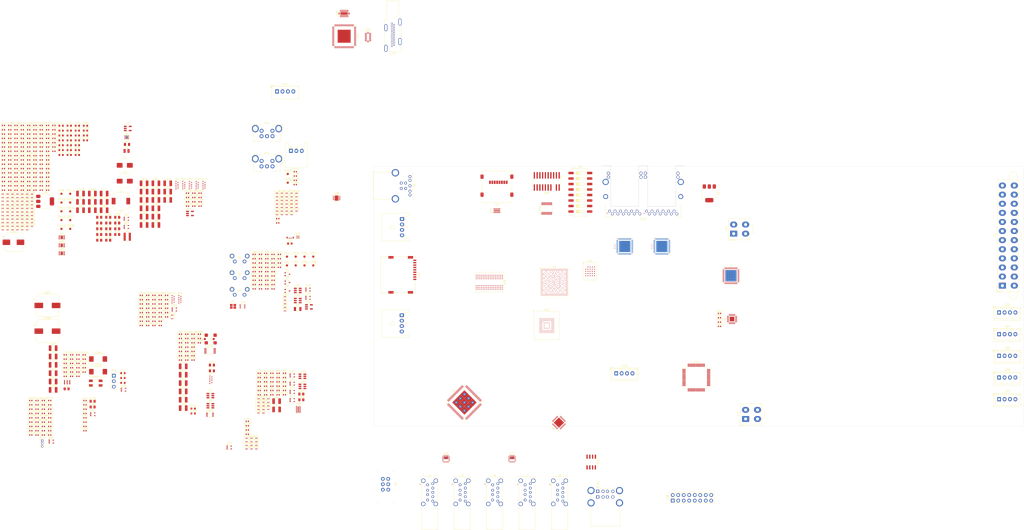
<source format=kicad_pcb>
(kicad_pcb (version 20241229) (generator "pcbnew") (generator_version "9.0")
  (title_block (title "Benchy Motherboard - AM625") (rev "REV1") (company "Daxxn Industries") (comment 1 "PCB Stackup: JLC06161H-3313"))
  (layers (0 "F.Cu" signal) (4 "In1.Cu" signal) (6 "In2.Cu" signal) (8 "In3.Cu" signal) (10 "In4.Cu" signal) (2 "B.Cu" signal) (13 "F.Paste" user) (15 "B.Paste" user) (5 "F.SilkS" user "F.Silkscreen") (7 "B.SilkS" user "B.Silkscreen") (1 "F.Mask" user) (3 "B.Mask" user) (25 "Edge.Cuts" user))
  (net 0 "")
  (net 1 "GND")
  (net 2 "Net-(U1A-CAP-VDDS-MCU)")
  (net 3 "Net-(U1A-CAP-VDDS6)")
  (net 4 "Net-(U1A-CAP-VDDS5)")
  (net 5 "Net-(U1A-CAP-VDDS4)")
  (net 6 "Net-(U1A-CAP-VDDS0)")
  (net 7 "Net-(U1A-CAP-VDDS1)")
  (net 8 "Net-(U1A-CAP-VDDS2)")
  (net 9 "Net-(U1A-CAP-VDDS3)")
  (net 10 "Net-(U1A-CAP-VDDS-CANUART)")
  (net 11 "VDD-DDR")
  (net 12 "Net-(U2-VDDD)")
  (net 13 "Net-(U2-VDDA)")
  (net 14 "Net-(U2-VDDG)")
  (net 15 "Net-(C18-Pad2)")
  (net 16 "Net-(U2-CB1)")
  (net 17 "Net-(U2-CB2)")
  (net 18 "Net-(C19-Pad2)")
  (net 19 "Net-(U2-SW3)")
  (net 20 "Net-(U2-CB3)")
  (net 21 "Net-(U2-CB4)")
  (net 22 "Net-(U2-SW4)")
  (net 23 "Net-(U2-RCLOCK_SYNC)")
  (net 24 "VCC-STBY")
  (net 25 "VDD-STBY")
  (net 26 "VDDA-SOC")
  (net 27 "VDD-CORE")
  (net 28 "Net-(U2-SS1)")
  (net 29 "Net-(U2-SS2)")
  (net 30 "Net-(U2-SS3)")
  (net 31 "Net-(U2-SS4)")
  (net 32 "Net-(C74-Pad2)")
  (net 33 "Net-(U2-COMP1)")
  (net 34 "Net-(U2-COMP2)")
  (net 35 "Net-(C77-Pad2)")
  (net 36 "Net-(U2-COMP3)")
  (net 37 "Net-(C79-Pad2)")
  (net 38 "Net-(U2-COMP4)")
  (net 39 "Net-(C81-Pad2)")
  (net 40 "Net-(U8-CRFILT)")
  (net 41 "Net-(U8-PLLFILT)")
  (net 42 "Net-(U6-CDLY2)")
  (net 43 "Net-(U6-CDLY3)")
  (net 44 "Net-(U6-CDLY4)")
  (net 45 "VPP-DDR")
  (net 46 "VDD-USB-CORE")
  (net 47 "/DDR MEMORY/VREF-DDR")
  (net 48 "Net-(C120-Pad1)")
  (net 49 "VPP")
  (net 50 "Net-(U4-FB)")
  (net 51 "VDD-PERF-CORE")
  (net 52 "+12V")
  (net 53 "VDDA-PERF-CORE")
  (net 54 "/POWER/VDD-CORE-SEQ")
  (net 55 "Net-(U1E-VMON-VSYS)")
  (net 56 "VCC-HDMI")
  (net 57 "Net-(J10-+5V)")
  (net 58 "Net-(J11-VDD)")
  (net 59 "Net-(J12-VDD)")
  (net 60 "VDD")
  (net 61 "Net-(U22-VDDI)")
  (net 62 "Net-(U11A-MDCT1)")
  (net 63 "Net-(U11A-MDCT2)")
  (net 64 "Net-(U11A-MDCT3)")
  (net 65 "Net-(U11A-MDCT4)")
  (net 66 "Net-(U11B-MDCT1)")
  (net 67 "Net-(U11B-MDCT2)")
  (net 68 "Net-(U11B-MDCT3)")
  (net 69 "Net-(U11B-MDCT4)")
  (net 70 "Net-(U46B-2A)")
  (net 71 "Net-(U46A-1A)")
  (net 72 "Net-(U46C-3A)")
  (net 73 "/SOC CONTROL/POWER-SW")
  (net 74 "Net-(U6-CRESET)")
  (net 75 "Net-(U6-CDLY1)")
  (net 76 "VCC-USB")
  (net 77 "Net-(J4-VBUS)")
  (net 78 "Net-(J7-VBUS)")
  (net 79 "Net-(J5-VBUS)")
  (net 80 "Net-(J6-VBUS)")
  (net 81 "Net-(J8-VBUS)")
  (net 82 "Net-(J3B-VBUS2)")
  (net 83 "Net-(J3A-VBUS1)")
  (net 84 "Net-(U59A-VCAP1)")
  (net 85 "Net-(U59A-VREF+)")
  (net 86 "/POWER DISTRIBUTION/FP-SYS-PWR-SW")
  (net 87 "VDD-SYS")
  (net 88 "Net-(D1-G)")
  (net 89 "Net-(D1-R)")
  (net 90 "Net-(D1-B)")
  (net 91 "Net-(D2-K)")
  (net 92 "Net-(D3-K)")
  (net 94 "/USB/USBP-D-")
  (net 95 "/USB/USBP-D+")
  (net 96 "/USB/USBP-TX+")
  (net 97 "/USB/USBP-RX-")
  (net 99 "/USB/USBP-TX-")
  (net 100 "/USB/USBP-RX+")
  (net 101 "Net-(D5-K)")
  (net 102 "Net-(D5-A)")
  (net 103 "Net-(D6-A)")
  (net 104 "Net-(D6-K)")
  (net 105 "/USB/SOC-USB1-D+")
  (net 106 "/USB/SOC-USB1-D-")
  (net 107 "/USB/SOC-USB2-D+")
  (net 108 "/USB/SOC-USB2-D-")
  (net 109 "/USB/USB HUB PORTS/USBD1-D-")
  (net 110 "/USB/USB HUB PORTS/USBD1-D+")
  (net 112 "/USB/USB HUB PORTS/USBD1-RX-")
  (net 113 "/USB/USB HUB PORTS/USBD1-TX+")
  (net 114 "/USB/USB HUB PORTS/USBD1-RX+")
  (net 116 "/USB/USB HUB PORTS/USBD1-TX-")
  (net 117 "/USB/USB HUB PORTS/USBD2-RX+")
  (net 118 "/USB/USB HUB PORTS/USBD2-D+")
  (net 121 "/USB/USB HUB PORTS/USBD2-TX+")
  (net 122 "/USB/USB HUB PORTS/USBD2-RX-")
  (net 123 "/USB/USB HUB PORTS/USBD2-TX-")
  (net 124 "/USB/USB HUB PORTS/USBD2-D-")
  (net 126 "/USB/USB HUB PORTS/USBD3-RX-")
  (net 127 "/USB/USB HUB PORTS/USBD3-TX+")
  (net 128 "/USB/USB HUB PORTS/USBD3-TX-")
  (net 129 "/USB/USB HUB PORTS/USBD3-D+")
  (net 130 "/USB/USB HUB PORTS/USBD3-D-")
  (net 132 "/USB/USB HUB PORTS/USBD3-RX+")
  (net 133 "/USB/USB HUB PORTS/USBD4-D+")
  (net 136 "/USB/USB HUB PORTS/USBD4-D-")
  (net 137 "/USB/USB HUB PORTS/USBD4-TX-")
  (net 138 "/USB/USB HUB PORTS/USBD4-RX-")
  (net 139 "/USB/USB HUB PORTS/USBD4-RX+")
  (net 140 "/USB/USB HUB PORTS/USBD4-TX+")
  (net 141 "/USB/USB HUB PORTS/USBD5-RX-")
  (net 142 "/USB/USB HUB PORTS/USBD5-TX-")
  (net 143 "/USB/USB HUB PORTS/USBD5-D-")
  (net 145 "/USB/USB HUB PORTS/USBD5-D+")
  (net 147 "/USB/USB HUB PORTS/USBD5-TX+")
  (net 148 "/USB/USB HUB PORTS/USBD5-RX+")
  (net 149 "/ETHERNET/ETH-PHY1-B+")
  (net 150 "/ETHERNET/ETH-PHY1-D+")
  (net 151 "/ETHERNET/ETH-PHY1-C-")
  (net 152 "/ETHERNET/ETH-PHY1-D-")
  (net 153 "/ETHERNET/ETH-PHY1-A+")
  (net 154 "/ETHERNET/ETH-PHY1-B-")
  (net 155 "/ETHERNET/ETH-PHY1-C+")
  (net 156 "/ETHERNET/ETH-PHY1-A-")
  (net 157 "/ETHERNET/ETH-PHY2-D+")
  (net 158 "/ETHERNET/ETH-PHY2-B-")
  (net 159 "/ETHERNET/ETH-PHY2-A+")
  (net 160 "/ETHERNET/ETH-PHY2-C+")
  (net 161 "/ETHERNET/ETH-PHY2-B+")
  (net 162 "/ETHERNET/ETH-PHY2-C-")
  (net 163 "/ETHERNET/ETH-PHY2-D-")
  (net 164 "/ETHERNET/ETH-PHY2-A-")
  (net 175 "/SOC GPIO/FAN-TACH")
  (net 176 "/SOC GPIO/FAN-PWM")
  (net 177 "/USB/USP-VBUS")
  (net 178 "/DISPLAY/HDMI-TX2+")
  (net 179 "Net-(J10-SDA)")
  (net 180 "/DISPLAY/HDMI-TXC+")
  (net 181 "/DISPLAY/HDMI-TX1-")
  (net 182 "/DISPLAY/HDMI-TX0-")
  (net 183 "/DISPLAY/HDMI-TXC-")
  (net 184 "Net-(J10-CEC)")
  (net 185 "/DISPLAY/HDMI-TX1+")
  (net 187 "Net-(J10-SCL)")
  (net 188 "Net-(J10-HPD)")
  (net 189 "/DISPLAY/HDMI-TX0+")
  (net 190 "/DISPLAY/HDMI-TX2-")
  (net 191 "Net-(J11-DAT1)")
  (net 192 "Net-(J11-DAT3{slash}CD)")
  (net 193 "Net-(J11-DAT2)")
  (net 194 "Net-(J11-CLK)")
  (net 195 "Net-(J11-CMD)")
  (net 196 "Net-(J11-DAT0)")
  (net 197 "Net-(J12-CMD)")
  (net 198 "Net-(J12-DAT0)")
  (net 199 "Net-(J12-DAT2)")
  (net 200 "Net-(J12-DAT1)")
  (net 201 "Net-(J12-DET)")
  (net 202 "Net-(J12-DAT3{slash}CD)")
  (net 203 "Net-(J12-CLK)")
  (net 204 "SYS-I2C-SDA")
  (net 205 "SYS-I2C-SCL")
  (net 206 "/POWER DISTRIBUTION/SMPS-EN")
  (net 207 "/POWER DISTRIBUTION/SMPS-PG")
  (net 209 "-12V")
  (net 211 "/POWER DISTRIBUTION/FP-DISP-CIPO")
  (net 212 "/POWER DISTRIBUTION/FP-DISP-COPI")
  (net 213 "/POWER DISTRIBUTION/FP-DISP-SCLK")
  (net 214 "/POWER DISTRIBUTION/FP-DISP-RESET")
  (net 216 "/POWER DISTRIBUTION/FP-DISP-DC")
  (net 217 "/POWER DISTRIBUTION/FP-IND-ERROR")
  (net 218 "/POWER DISTRIBUTION/FP-IND-STATUS")
  (net 219 "/POWER DISTRIBUTION/FP-DISP-CS")
  (net 223 "Net-(JP1-C)")
  (net 224 "Net-(JP2-C)")
  (net 227 "/SOC CONTROL/JTAG-TRST")
  (net 228 "/SOC CONTROL/JTAG-EMU0")
  (net 229 "/SOC CONTROL/JTAG-TDI")
  (net 231 "/SOC CONTROL/JTAG-EMU1")
  (net 232 "/SOC CONTROL/CONN-JTAG-RESET")
  (net 233 "/SOC CONTROL/JTAG-TDO")
  (net 234 "/SOC CONTROL/JTAG-TCK")
  (net 235 "/SOC CONTROL/JTAG-TMS")
  (net 237 "Net-(JPR2-TDIS)")
  (net 238 "Net-(U4-LX)")
  (net 239 "Net-(Q2-D)")
  (net 240 "Net-(Q2-G)")
  (net 241 "Net-(Q3-D)")
  (net 242 "Net-(Q3-G)")
  (net 243 "Net-(Q4-G)")
  (net 244 "Net-(Q4-D)")
  (net 245 "Net-(U2-VFB1)")
  (net 246 "Net-(U2-VFB2)")
  (net 247 "Net-(U2-VFB3)")
  (net 248 "Net-(U2-VFB4)")
  (net 249 "Net-(U2-I2CADDR)")
  (net 250 "SOC-PWR-EN")
  (net 251 "/POWER/MAIN-PGOOD")
  (net 252 "Net-(U3-ADJ)")
  (net 253 "Net-(U6-EN1)")
  (net 254 "Net-(U1D-DDR0-CAL0)")
  (net 255 "Net-(S2B-COM2)")
  (net 256 "SOC-RESET-OUT")
  (net 257 "/SOC CONTROL/MCU-ERROR")
  (net 258 "USB-MCLK")
  (net 259 "Net-(U15-Y3)")
  (net 260 "Net-(U15-Y2)")
  (net 261 "ETH2-MCLK")
  (net 262 "Net-(U15-Y1)")
  (net 263 "ETH1-MCLK")
  (net 264 "/SOC CONTROL/SOC-MCU-CLK")
  (net 265 "Net-(U15-Y0)")
  (net 266 "SOC-PWR-SW")
  (net 267 "/SOC CONTROL/MCU-RESET-OUT")
  (net 268 "Net-(U1C-TCK)")
  (net 269 "/SOC CONTROL/SOC-TCK")
  (net 270 "/SOC CONTROL/SOC-TDO")
  (net 271 "Net-(U1C-TDO)")
  (net 272 "/DDR MEMORY/DDR-CLK+")
  (net 273 "/DDR MEMORY/DDR-CLK-")
  (net 274 "Net-(U19-ZQ)")
  (net 275 "Net-(U20-FB)")
  (net 276 "Net-(U19-TEN)")
  (net 277 "Net-(U23-FB)")
  (net 278 "Net-(U13B-CI2CA)")
  (net 279 "Net-(U13B-EXT-SWING)")
  (net 280 "Net-(U22-DS)")
  (net 281 "/SPI FLASH MEMORY/RESET-FLASH")
  (net 282 "/SPI FLASH MEMORY/FLASH-DS")
  (net 283 "/SPI FLASH MEMORY/FLASH-CLK")
  (net 284 "Net-(U1I-OSPI0-CLK)")
  (net 285 "/SPI FLASH MEMORY/FLASH-INT")
  (net 286 "/SPI FLASH MEMORY/SOC-FLASH-DQS")
  (net 287 "/SPI FLASH MEMORY/SOC-FLASH-LBCLK")
  (net 288 "/SPI FLASH MEMORY/FLASH-CS")
  (net 289 "Net-(U1I-OSPI0-LBCLKO)")
  (net 290 "Net-(Y1-OUT)")
  (net 291 "Net-(U15-CLK-IN)")
  (net 292 "/USB/USP-VBUS-DET")
  (net 293 "Net-(U9C-RBIAS)")
  (net 294 "/EMMC/SD0-CLK")
  (net 295 "/EMMC/SD0-D0")
  (net 296 "/EMMC/SD0-CMD")
  (net 297 "Net-(U1K-MMC1-CLK)")
  (net 298 "/EMMC/SD1-CLK")
  (net 299 "Net-(U1K-MMC2-CLK)")
  (net 300 "/EMMC/SD2-CLK")
  (net 301 "/EMMC/SD1-D2")
  (net 302 "/EMMC/SD1-D3")
  (net 303 "/EMMC/SD1-CMD")
  (net 304 "/EMMC/SD1-D0")
  (net 305 "Net-(R82-Pad1)")
  (net 306 "/EMMC/SD2-D0")
  (net 307 "/EMMC/SD1-D1")
  (net 308 "Net-(U1K-MMC1-SDCD)")
  (net 309 "/EMMC/SD2-DET")
  (net 310 "/EMMC/SD2-CMD")
  (net 311 "/EMMC/SD2-D3")
  (net 312 "/EMMC/SD2-D2")
  (net 313 "/EMMC/SD2-D1")
  (net 314 "Net-(U1K-MMC0-CLK)")
  (net 315 "/EMMC/RESET-EMMC")
  (net 316 "/ETHERNET/RESET-ETH")
  (net 317 "Net-(R95-Pad2)")
  (net 318 "Net-(U10A-LED2{slash}_{PHYAD1})")
  (net 319 "Net-(U10A-LED1{slash}_{PHYAD0})")
  (net 320 "Net-(R96-Pad2)")
  (net 321 "Net-(U12A-LED1{slash}_{PHYAD0})")
  (net 322 "Net-(U12A-LED2{slash}_{PHYAD1})")
  (net 323 "Net-(R105-Pad2)")
  (net 324 "Net-(R106-Pad2)")
  (net 325 "/ETHERNET/RGMII2-RXD3")
  (net 326 "/ETHERNET/RGMII2-RXD2")
  (net 327 "/ETHERNET/RGMII2-RXD1")
  (net 328 "/ETHERNET/RGMII2-RXD0")
  (net 329 "/ETHERNET/RGMII2-RXDV")
  (net 330 "/ETHERNET/RGMII2-RXCLK")
  (net 331 "Net-(U10A-RX-CLK{slash}_{PHYAD2})")
  (net 332 "Net-(U10A-CLK125-NDO{slash}_{LED-MODE})")
  (net 333 "/ETHERNET/RGMII1-RXCLK")
  (net 334 "/ETHERNET/RGMII1-RXDV")
  (net 335 "/ETHERNET/RGMII1-RXD0")
  (net 336 "/ETHERNET/RGMII1-RXD1")
  (net 337 "/ETHERNET/RGMII1-RXD2")
  (net 338 "/ETHERNET/RGMII1-RXD3")
  (net 339 "Net-(U12A-CLK125-NDO{slash}_{LED-MODE})")
  (net 340 "Net-(U12A-RX-CLK{slash}_{PHYAD2})")
  (net 341 "Net-(U10B-ISET)")
  (net 342 "Net-(U12B-ISET)")
  (net 343 "/POWER DISTRIBUTION/BOOT")
  (net 344 "/POWER DISTRIBUTION/PWR-RESET")
  (net 345 "/POWER DISTRIBUTION/5V-SENSE")
  (net 346 "/POWER DISTRIBUTION/12V-SENSE")
  (net 347 "/SOC CONTROL/MCU-POR")
  (net 348 "/EMMC/SDCARD-EXT-RESET")
  (net 349 "/EMMC/SD1-PWR")
  (net 350 "/EMMC/SD2-PWR")
  (net 351 "/SOC CONTROL/SOC-EMU1")
  (net 352 "/SOC CONTROL/SOC-EMU0")
  (net 353 "/SOC CONTROL/JTAG-RESET")
  (net 354 "Net-(Y1-TRI)")
  (net 355 "Net-(S5-1B)")
  (net 356 "GLOBAL-RESET")
  (net 357 "Net-(U50-B)")
  (net 358 "POR-OUT")
  (net 359 "Net-(S5-2B)")
  (net 360 "Net-(S5-3B)")
  (net 361 "Net-(S5-4B)")
  (net 362 "Net-(S5-5B)")
  (net 363 "Net-(S5-6B)")
  (net 364 "Net-(S5-7B)")
  (net 365 "Net-(S5-8B)")
  (net 366 "/SOC GPIO/RELAY4")
  (net 367 "/SOC GPIO/RELAY5")
  (net 368 "/SOC GPIO/RELAY6")
  (net 369 "/SOC GPIO/RELAY7")
  (net 370 "/SOC GPIO/RELAY8")
  (net 371 "Net-(S5-6A)")
  (net 372 "Net-(S5-7A)")
  (net 373 "Net-(S5-8A)")
  (net 374 "/POWER/PSEQ-RESET")
  (net 375 "GLOBAL-PGOOD")
  (net 376 "/SOC GPIO/RELAY3")
  (net 377 "/SOC GPIO/RELAY2")
  (net 378 "/SOC GPIO/RELAY1")
  (net 379 "Net-(U18-A3)")
  (net 380 "Net-(U18-A4)")
  (net 381 "Net-(U18-A5)")
  (net 382 "Net-(U18-A6)")
  (net 383 "Net-(U18-A7)")
  (net 384 "HARD-RESET")
  (net 385 "/POWER/PSEQ-EN4")
  (net 386 "/POWER/PSEQ-EN3")
  (net 387 "/POWER/PSEQ-EN2")
  (net 388 "/POWER/PSEQ-EN1")
  (net 389 "Net-(U8-RBIAS)")
  (net 390 "Net-(U17C-COMM-EN)")
  (net 391 "Net-(U16C-COMM-EN)")
  (net 392 "Net-(U17C-BOOST)")
  (net 393 "Net-(U16C-BOOST)")
  (net 394 "/USB/USB-OCP2")
  (net 395 "/USB/USB-OCP1")
  (net 396 "/USB/USB-OCP4")
  (net 397 "/USB/USB-OCP3")
  (net 398 "Net-(U1G-USB1-RCALIB)")
  (net 399 "Net-(U1G-USB0-RCALIB)")
  (net 400 "Net-(U9B-TEST1)")
  (net 401 "Net-(U9B-TEST2)")
  (net 402 "Net-(U9B-TEST3)")
  (net 403 "Net-(U9B-CFG-STRAP1)")
  (net 404 "Net-(U9B-CFG-STRAP2)")
  (net 405 "Net-(U9B-CFG-STRAP3)")
  (net 406 "Net-(U9B-TESTEN)")
  (net 407 "/DISPLAY/RESET-HDMI")
  (net 408 "/POWER DISTRIBUTION/3V3-SENSE")
  (net 411 "Net-(TP1-TP)")
  (net 412 "Net-(TP3-TP)")
  (net 413 "/POWER/PERIP-PGOOD")
  (net 414 "MAIN-I2C-SCL")
  (net 415 "MAIN-I2C-SDA")
  (net 416 "/DDR MEMORY/DDR-A1")
  (net 417 "/DISPLAY/DSS-D11")
  (net 418 "/SPI FLASH MEMORY/FLASH-D7")
  (net 420 "/DDR MEMORY/DDR-DM1")
  (net 421 "/DDR MEMORY/DDR-A4")
  (net 422 "/DDR MEMORY/DDR-BG0")
  (net 423 "/EMMC/SD0-D2")
  (net 424 "DSS-D18")
  (net 425 "/DISPLAY/DSS-D4")
  (net 426 "/DDR MEMORY/DDR-CKE")
  (net 427 "Net-(U1G-USB1-D-)")
  (net 428 "/SOC CONTROL/SOFT-RESET-SW")
  (net 429 "/SPI FLASH MEMORY/FLASH-D4")
  (net 431 "/EMMC/SD0-D6")
  (net 432 "Net-(U1J-MCAN0-TX)")
  (net 434 "/DISPLAY/DSS-D6")
  (net 436 "/DISPLAY/DSS-D12")
  (net 437 "/DDR MEMORY/DDR-DQ14")
  (net 438 "/DDR MEMORY/DDR-A10")
  (net 439 "/DDR MEMORY/DDR-~{WE}")
  (net 441 "/SOC CONTROL/SOC-TMS")
  (net 442 "/DDR MEMORY/DDR-DQ12")
  (net 444 "/DDR MEMORY/DDR-DQ4")
  (net 445 "/SPI FLASH MEMORY/FLASH-D6")
  (net 446 "DSS-D19")
  (net 447 "/DDR MEMORY/DDR-~{ALERT}")
  (net 450 "/DISPLAY/DSS-D5")
  (net 451 "/DISPLAY/DSS-DE")
  (net 453 "/DISPLAY/DSS-VSYNC")
  (net 454 "/SOC GPIO/ENC2-A")
  (net 455 "/DDR MEMORY/DDR-A9")
  (net 458 "/DDR MEMORY/DDR-DQS0+")
  (net 462 "/DDR MEMORY/DDR-~{RESET}")
  (net 463 "/DISPLAY/DSS-D8")
  (net 464 "/ETHERNET/RGMII2-TXD1")
  (net 467 "/SOC GPIO/ENC1-B")
  (net 468 "MCU-SPI-SDI")
  (net 469 "/DISPLAY/DSS-D10")
  (net 470 "/DDR MEMORY/DDR-DQS1+")
  (net 472 "DSS-D23")
  (net 473 "/SPI FLASH MEMORY/FLASH-RESET")
  (net 475 "/DDR MEMORY/DDR-A3")
  (net 476 "/DDR MEMORY/DDR-A2")
  (net 477 "DSS-D17")
  (net 478 "/ETHERNET/MDIO-MDC")
  (net 479 "/SPI FLASH MEMORY/FLASH-D1")
  (net 480 "/DDR MEMORY/DDR-DQ8")
  (net 482 "Net-(U1J-UART0-TXD)")
  (net 483 "/DDR MEMORY/DDR-DQ10")
  (net 485 "/USB/USB-SOC-VBUS")
  (net 486 "/DDR MEMORY/DDR-BA1")
  (net 489 "/EMMC/SD0-D4")
  (net 490 "/DDR MEMORY/DDR-~{CAS}")
  (net 492 "/SOC GPIO/ENC1-A")
  (net 493 "/DISPLAY/DSS-D9")
  (net 495 "/DISPLAY/DSS-D0")
  (net 496 "/DISPLAY/DSS-D2")
  (net 497 "/DISPLAY/DSS-D3")
  (net 500 "/USB/SOC-USB-D+")
  (net 501 "/SOC GPIO/ENC2-B")
  (net 502 "/USB/SOC-USB-D-")
  (net 503 "/EMMC/SD0-D1")
  (net 504 "/DDR MEMORY/DDR-DQ1")
  (net 505 "Net-(U1G-USB1-D+)")
  (net 508 "/DDR MEMORY/DDR-DQ15")
  (net 512 "/DDR MEMORY/DDR-~{ACT}")
  (net 513 "/SPI FLASH MEMORY/FLASH-D5")
  (net 514 "/DDR MEMORY/DDR-DQS1-")
  (net 516 "/ETHERNET/RGMII2-TXEN")
  (net 520 "/DDR MEMORY/DDR-DQ2")
  (net 521 "/DDR MEMORY/DDR-~{RAS}")
  (net 522 "/SPI FLASH MEMORY/FLASH-D3")
  (net 526 "/ETHERNET/RGMII2-TXD2")
  (net 527 "/DISPLAY/DSS-D14")
  (net 528 "/EMMC/SD0-D7")
  (net 531 "DSS-D21")
  (net 532 "/DDR MEMORY/DDR-DQ6")
  (net 534 "/SOC CONTROL/MCU-RESET-SW")
  (net 536 "MCU-SPI-SCLK")
  (net 537 "/ETHERNET/RGMII1-TXEN")
  (net 538 "/DDR MEMORY/DDR-A7")
  (net 539 "DSS-D20")
  (net 541 "/EMMC/SD0-D3")
  (net 542 "/SOC CONTROL/SOC-TRST")
  (net 543 "/ETHERNET/RGMII1-TXD0")
  (net 544 "DSS-D16")
  (net 545 "/DDR MEMORY/DDR-DQ7")
  (net 546 "/DISPLAY/DSS-DCLK")
  (net 548 "ETH-INT")
  (net 549 "/DDR MEMORY/DDR-ODT")
  (net 550 "/DDR MEMORY/DDR-A8")
  (net 552 "Net-(U1B-WKUP-LFOSC0-XO)")
  (net 554 "/ETHERNET/RGMII1-TXD3")
  (net 557 "/ETHERNET/RGMII1-TXD2")
  (net 558 "/EMMC/SD1-PWR-EN")
  (net 560 "/ETHERNET/RGMII1-GTX-CLK")
  (net 565 "/DDR MEMORY/DDR-DQ9")
  (net 569 "/SOC GPIO/ENC2-SW")
  (net 570 "MCU-SPI-SDO")
  (net 572 "/ETHERNET/RGMII2-GTX-CLK")
  (net 574 "/SOC CONTROL/SOC-TDI")
  (net 575 "/DDR MEMORY/DDR-A13")
  (net 577 "/DISPLAY/DSS-D15")
  (net 578 "/DDR MEMORY/DDR-DQ11")
  (net 579 "/ETHERNET/RGMII2-TXD3")
  (net 581 "/DDR MEMORY/DDR-BA0")
  (net 583 "/DISPLAY/DSS-D13")
  (net 584 "/DDR MEMORY/DDR-DQS0-")
  (net 586 "/EMMC/SD0-D5")
  (net 588 "/DDR MEMORY/DDR-A6")
  (net 589 "/SPI FLASH MEMORY/FLASH-D0")
  (net 590 "MCU-SPI-CS")
  (net 594 "/DDR MEMORY/DDR-~{CS}")
  (net 598 "/DDR MEMORY/DDR-DQ0")
  (net 603 "/SPI FLASH MEMORY/FLASH-D2")
  (net 605 "/DDR MEMORY/DDR-DQ13")
  (net 606 "/SOC GPIO/ENC1-SW")
  (net 607 "/DDR MEMORY/DDR-A12")
  (net 608 "DSS-D22")
  (net 609 "/DDR MEMORY/DDR-DQ3")
  (net 612 "/ETHERNET/RGMII2-TXD0")
  (net 613 "/DISPLAY/DSS-D1")
  (net 614 "/DDR MEMORY/DDR-A5")
  (net 615 "/DDR MEMORY/DDR-A0")
  (net 616 "/DDR MEMORY/DDR-PAR")
  (net 618 "/DISPLAY/DSS-D7")
  (net 619 "/DDR MEMORY/DDR-A11")
  (net 620 "/DISPLAY/DSS-HSYNC")
  (net 621 "/SOC CONTROL/SOC-SLEEP-SW")
  (net 622 "/ETHERNET/RGMII1-TXD1")
  (net 624 "Net-(U1B-WKUP-LFOSC0-XI)")
  (net 627 "/ETHERNET/MDIO-MDIO")
  (net 629 "/DDR MEMORY/DDR-DM0")
  (net 633 "/DDR MEMORY/DDR-DQ5")
  (net 636 "Net-(U1J-MCAN0-RX)")
  (net 640 "VPP-EN")
  (net 644 "/USB/SOC-USB-PWEN1")
  (net 645 "/USB/SOC-USB-OCS1")
  (net 646 "/USB/SOC-USB-PWEN2")
  (net 647 "/USB/SOC-USB-OCS2")
  (net 649 "/USB/RESET-SOC-USB")
  (net 653 "/USB/HUB-FL-SLCK")
  (net 654 "/USB/HUB-FL-CS")
  (net 656 "/USB/HUB-FL-D2")
  (net 664 "/USB/HUB-FL-D0")
  (net 665 "/USB/USB-OCP5")
  (net 674 "/USB/HUB-FL-D1")
  (net 676 "/USB/RESET-HUB-USB")
  (net 679 "/USB/HUB-FL-D3")
  (net 683 "Net-(U13C-HPD)")
  (net 690 "Net-(U13C-CEC-A)")
  (net 691 "Net-(U13C-DSCL)")
  (net 692 "Net-(U13C-DSDA)")
  (net 694 "/DISPLAY/HDMI-INT")
  (net 696 "Net-(U18-~{OE1})")
  (net 833 "EMMC-RESET")
  (net 834 "ETH-RESET")
  (net 835 "/POWER DISTRIBUTION/SYS-PWR-SW")
  (net 837 "/EMMC/SD2-PWR-EN")
  (net 838 "HDMI-RESET")
  (net 839 "/USB/USB-HUB-RESET")
  (net 840 "/USB/USB-SOC-RESET")
  (net 842 "Net-(U59A-OSC-IN)")
  (net 861 "Net-(U59A-OSC-OUT)")
  (net 870 "/SOC GPIO/CAN+")
  (net 871 "/SOC GPIO/CAN-")
  (net 872 "/SOC GPIO/WKUP-UART-RX")
  (net 873 "/SOC GPIO/WKUP-UART-TX")
  (net 874 "/POWER/VDD-DDR-SEQ")
  (footprint "Daxxn_Standard_Resistors:RES_0402" (layer "F.Cu") (at -34.775 128.46)
    (property "Reference" "R74")
    (property "Value" "49K9")
  )
  (footprint "Daxxn_Standard_Capacitors:CAP_0402" (layer "F.Cu") (at -155.725 30.03)
    (property "Reference" "C75")
    (property "Value" "00")
  )
  (footprint "Daxxn_Standard_Capacitors:CAP_0201" (layer "F.Cu") (at -153.805 40.78)
    (property "Reference" "C27")
    (property "Value" "100n")
  )
  (footprint "Daxxn_Standard_Resistors:RES_0201" (layer "F.Cu") (at -25.805 88.11)
    (property "Reference" "R33")
    (property "Value" "22")
  )
  (footprint "Daxxn_Standard_Resistors:RES_0402" (layer "F.Cu") (at -138.265 32.02)
    (property "Reference" "R9")
    (property "Value" "10K")
  )
  (footprint "Daxxn_Standard_Capacitors:CAP_0201" (layer "F.Cu") (at -156.055 44.08)
    (property "Reference" "C6")
    (property "Value" "1u")
  )
  (footprint "Daxxn_Packages:UQFN-24_4x2mm_P0.5mm" (layer "F.Cu") (at 12.5 -36.6)
    (property "Reference" "U24")
    (property "Value" "TPD12S016RKTR")
  )
  (footprint "Daxxn_LEDs:LTST-S321TBKT" (layer "F.Cu") (at -62.135 102.72)
    (property "Reference" "D5")
    (property "Value" "SM1204SGC")
  )
  (footprint "Daxxn_Standard_Capacitors:CAP_0402" (layer "F.Cu") (at -155.725 4.16)
    (property "Reference" "C15")
    (property "Value" "4u7")
  )
  (footprint "Daxxn_Standard_Capacitors:CAP_0402" (layer "F.Cu") (at -138.265 12.12)
    (property "Reference" "C319")
    (property "Value" "100n")
  )
  (footprint "Daxxn_Connectors_USB:GSB4116341HR" (layer "F.Cu") (at 70 170)
    (property "Reference" "J6")
    (property "Value" "GSB4116341HR")
  )
  (footprint "Daxxn_Standard_Capacitors:CAP_0402" (layer "F.Cu") (at -149.905 32.02)
    (property "Reference" "C162")
    (property "Value" "100n")
  )
  (footprint "Daxxn_Standard_Resistors:RES_0402" (layer "F.Cu") (at -31.295 65.66)
    (property "Reference" "R131")
    (property "Value" "10K")
  )
  (footprint "Daxxn_Standard_Capacitors:CAP_0201" (layer "F.Cu") (at -156.055 45.73)
    (property "Reference" "C7")
    (property "Value" "1u")
  )
  (footprint "Connector_PinHeader_2.54mm:PinHeader_1x03_P2.54mm_Vertical" (layer "F.Cu") (at -104.795 119.66)
    (property "Reference" "JP1")
    (property "Value" "BOOT Jumper")
  )
  (footprint "Daxxn_Standard_Capacitors:CAP_0402" (layer "F.Cu") (at -40.025 65.66)
    (property "Reference" "C90")
    (property "Value" "100n")
  )
  (footprint "Daxxn_Standard_Capacitors:CAP_0402" (layer "F.Cu") (at -74.045 112.43)
    (property "Reference" "C352")
    (property "Value" "100n")
  )
  (footprint "Daxxn_Standard_Capacitors:CAP_0201" (layer "F.Cu") (at -144.805 42.43)
    (property "Reference" "C93")
    (property "Value" "100n")
  )
  (footprint "Daxxn_Standard_Capacitors:CAP_0603" (layer "F.Cu") (at -125.365 17.79)
    (property "Reference" "C167")
    (property "Value" "1u")
  )
  (footprint "Daxxn_Standard_Resistors:RES_0402" (layer "F.Cu") (at -143.115 137.08)
    (property "Reference" "R147")
    (property "Value" "22")
  )
  (footprint "Daxxn_Standard_Capacitors:CAP_0201" (layer "F.Cu") (at -153.805 44.08)
    (property "Reference" "C29")
    (property "Value" "100n")
  )
  (footprint "Daxxn_Standard_Capacitors:CAP_0603" (layer "F.Cu") (at -129.115 11.04)
    (property "Reference" "C129")
    (property "Value" "1u")
  )
  (footprint "Daxxn_Standard_Capacitors:CAP_0603" (layer "F.Cu") (at -125.365 6.54)
    (property "Reference" "C153")
    (property "Value" "1u")
  )
  (footprint "Daxxn_Connectors_HDMI:HD01-19-RA-TH" (layer "F.Cu") (at 23.5 -42.8 180)
    (property "Reference" "J10")
    (property "Value" "HD01-19-RA-TH")
  )
  (footprint "Daxxn_Standard_Capacitors:CAP_0402" (layer "F.Cu") (at -152.815 22.07)
    (property "Reference" "C122")
    (property "Value" "100n")
  )
  (footprint "Daxxn_Standard_Capacitors:CAP_0201" (layer "F.Cu") (at -153.805 37.48)
    (property "Reference" "C13")
    (property "Value" "100n")
  )
  (footprint "Daxxn_Standard_Capacitors:CAP_0201" (layer "F.Cu") (at -147.055 44.08)
    (property "Reference" "C62")
    (property "Value" "100n")
  )
  (footprint "Daxxn_Standard_Capacitors:CAP_0201" (layer "F.Cu") (at -156.055 39.13)
    (property "Reference" "C3")
    (property "Value" "1u")
  )
  (footprint "Daxxn_Standard_Capacitors:CAP_0201" (layer "F.Cu") (at -142.555 45.73)
    (property "Reference" "C106")
    (property "Value" "100n")
  )
  (footprint "Daxxn_Standard_Capacitors:CAP_0402" (layer "F.Cu") (at -149.905 16.1)
    (property "Reference" "C144")
    (property "Value" "100n")
  )
  (footprint "Daxxn_Standard_Capacitors:CAP_0201" (layer "F.Cu") (at -35.765 133.58)
    (property "Reference" "C289")
    (property "Value" "100n")
  )
  (footprint "Daxxn_Standard_Resistors:RES_0402" (layer "F.Cu") (at -67.875 39.4)
    (property "Reference" "R191")
    (property "Value" "10K")
  )
  (footprint "Daxxn_Standard_Resistors:RES_0402" (layer "F.Cu") (at 174.7 96.9)
    (property "Reference" "R216")
    (property "Value" "86K")
  )
  (footprint "Daxxn_Standard_Resistors:RES_0402" (layer "F.Cu") (at -34.205 71.63)
    (property "Reference" "R36")
    (property "Value" "100")
  )
  (footprint "Daxxn_Standard_Resistors:RES_0201" (layer "F.Cu") (at -77.875 91.69)
    (property "Reference" "R113")
    (property "Value" "22")
  )
  (footprint "Daxxn_Standard_Capacitors:CAP_0201" (layer "F.Cu") (at -24.985 40.39)
    (property "Reference" "C245")
    (property "Value" "100n")
  )
  (footprint "Daxxn_Standard_Resistors:RES_0402" (layer "F.Cu") (at -31.865 118.51)
    (property "Reference" "R75")
    (property "Value" "49K9")
  )
  (footprint "Daxxn_Standard_Capacitors:CAP_0201" (layer "F.Cu") (at -144.805 44.08)
    (property "Reference" "C94")
    (property "Value" "100n")
  )
  (footprint "Daxxn_Controls_Encoders:PEC12R" (layer "F.Cu") (at -34.1 9.125)
    (property "Reference" "EN1")
    (property "Value" "PEC12R-2220F-S0024")
  )
  (footprint "Daxxn_Standard_Resistors:RES_0402" (layer "F.Cu") (at -118.465 117.97)
    (property "Reference" "R213")
    (property "Value" "10K")
  )
  (footprint "Daxxn_Standard_Resistors:RES_0402" (layer "F.Cu") (at -83.365 84.56)
    (property "Reference" "R110")
    (property "Value" "10K")
  )
  (footprint "Daxxn_Standard_Capacitors:CAP_0603" (layer "F.Cu") (at -117.865 11.04)
    (property "Reference" "C259")
    (property "Value" "1u")
  )
  (footprint "Daxxn_Standard_Resistors:RES_0402" (layer "F.Cu") (at -31.295 69.64)
    (property "Reference" "R136")
    (property "Value" "10K")
  )
  (footprint "Daxxn_Packages:TQFN-24-1EP_4x4mm_P0.5mm_EP2.1x2.1mm" (layer "F.Cu") (at 180.5 93.5 90)
    (property "Reference" "U6")
    (property "Value" "MAX16043TG+T")
  )
  (footprint "Daxxn_Standard_Capacitors:CAP_0402" (layer "F.Cu") (at -155.725 8.14)
    (property "Reference" "C17")
    (property "Value" "4u7")
  )
  (footprint "Daxxn_Standard_Capacitors:CAP_0201" (layer "F.Cu") (at -147.055 39.13)
    (property "Reference" "C59")
    (property "Value" "100n")
  )
  (footprint "TestPoint:TestPoint_Pad_D1.0mm" (layer "F.Cu") (at -24.905 64.7)
    (property "Reference" "TP1")
    (property "Value" "TP-LPM-EN")
  )
  (footprint "Daxxn_Standard_Resistors:RES_0402" (layer "F.Cu") (at -121.375 110.01)
    (property "Reference" "R13")
    (property "Value" "3K6")
  )
  (footprint "Daxxn_Standard_Capacitors:CAP_0402" (layer "F.Cu") (at -71.135 104.47)
    (property "Reference" "C355")
    (property "Value" "100n")
  )
  (footprint "Daxxn_Standard_Capacitors:CAP_0402" (layer "F.Cu") (at -144.085 12.12)
    (property "Reference" "C205")
    (property "Value" "100n")
  )
  (footprint "Daxxn_Standard_Capacitors:CAP_0402" (layer "F.Cu") (at -152.815 16.1)
    (property "Reference" "C86")
    (property "Value" "2n")
  )
  (footprint "Daxxn_Standard_Resistors:RES_0201" (layer "F.Cu") (at -41.265 153.44)
    (property "Reference" "R63")
    (property "Value" "10K")
  )
  (footprint "Daxxn_Standard_Resistors:RES_0402" (layer "F.Cu") (at -118.465 113.99)
    (property "Reference" "R210")
    (property "Value" "100")
  )
  (footprint "Daxxn_Standard_Capacitors:CAP_0201" (layer "F.Cu") (at -156.055 50.68)
    (property "Reference" "C10")
    (property "Value" "100n")
  )
  (footprint "Daxxn_Standard_Resistors:RES_0402" (layer "F.Cu") (at -86.275 94.51)
    (property "Reference" "R107")
    (property "Value" "10K")
  )
  (footprint "Daxxn_Standard_Capacitors:CAP_0402" (layer "F.Cu") (at -34.775 120.5)
    (property "Reference" "C306")
    (property "Value" "100n")
  )
  (footprint "Daxxn_Standard_Resistors:RES_0402" (layer "F.Cu") (at -83.365 82.57)
    (property "Reference" "R109")
    (property "Value" "10K")
  )
  (footprint "Daxxn_Standard_Resistors:RES_0402" (layer "F.Cu") (at -143.115 145.04)
    (property "Reference" "R151")
    (property "Value" "1K")
  )
  (footprint "Daxxn_Standard_Resistors:RES_0402" (layer "F.Cu") (at -134.385 133.1)
    (property "Reference" "R174")
    (property "Value" "1K")
  )
  (footprint "Daxxn_Standard_Resistors:RES_0402" (layer "F.Cu") (at -28.955 122.49)
    (property "Reference" "R86")
    (property "Value" "100K")
  )
  (footprint "Daxxn_Standard_Capacitors:CAP_0201" (layer "F.Cu") (at -144.805 49.03)
    (property "Reference" "C97")
    (property "Value" "100n")
  )
  (footprint "Daxxn_Standard_Capacitors:CAP_0603" (layer "F.Cu") (at -125.365 8.79)
    (property "Reference" "C155")
    (property "Value" "1u")
  )
  (footprint "Daxxn_Standard_Capacitors:CAP_0402" (layer "F.Cu") (at -155.725 34.01)
    (property "Reference" "C77")
    (property "Value" "00")
  )
  (footprint "Daxxn_Connectors_USB:GSB4116341HR" (layer "F.Cu") (at 40 170)
    (property "Reference" "J4")
    (property "Value" "GSB4116341HR")
  )
  (footprint "Daxxn_Standard_Resistors:RES_0402" (layer "F.Cu") (at -134.385 131.11)
    (property "Reference" "R173")
    (property "Value" "100K")
  )
  (footprint "Daxxn_Standard_Resistors:RES_0402" (layer "F.Cu") (at -67.875 41.39)
    (property "Reference" "R192")
    (property "Value" "10K")
  )
  (footprint "Daxxn_Standard_Resistors:RES_0402" (layer "F.Cu") (at -83.365 88.54)
    (property "Reference" "R112")
    (property "Value" "10K")
  )
  (footprint "Daxxn_Connectors_Programming:FTR-110-51-L-D-06" (layer "F.Cu") (at 95 30 180)
    (property "Reference" "JPR2")
    (property "Value" "JTAG-CTI")
  )
  (footprint "Daxxn_Standard_Resistors:RES_0402" (layer "F.Cu") (at -118.115 143.05)
    (property "Reference" "R57")
    (property "Value" "4K3")
  )
  (footprint "Daxxn_Standard_Resistors:RES_0402" (layer "F.Cu") (at -68.225 102.48)
    (property "Reference" "R200")
    (property "Value" "1K")
  )
  (footprint "TestPoint:TestPoint_Pad_D1.0mm" (layer "F.Cu") (at -124.915 47.84)
    (property "Reference" "TP17")
    (property "Value" "TP-PSEQ-EN3")
  )
  (footprint "Daxxn_Packages:U-DFN3810-9" (layer "F.Cu") (at -74.335 84.4)
    (property "Reference" "D15")
    (property "Value" "DT1240A-08LP3810-7")
  )
  (footprint "Daxxn_Standard_Resistors:RES_0402" (layer "F.Cu") (at -132.445 16.1)
    (property "Reference" "R187")
    (property "Value" "10K")
  )
  (footprint "Daxxn_Standard_Resistors:RES_0402" (layer "F.Cu") (at -68.225 106.46)
    (property "Reference" "R202")
    (property "Value" "1K")
  )
  (footprint "Daxxn_Standard_Resistors:RES_0805" (layer "F.Cu") (at -103.225 51.84)
    (property "Reference" "R15")
    (property "Value" "3K3")
  )
  (footprint "Daxxn_Packages:X2SON-8_1.4x1mm_P0.35mm" (layer "F.Cu") (at -19.825 55.685)
    (property "Reference" "U46")
    (property "Value" "74LVC3G17GS,115")
  )
  (footprint "Daxxn_Standard_Capacitors:CAP_0201" (layer "F.Cu") (at -38.015 131.93)
    (property "Reference" "C283")
    (property "Value" "100n")
  )
  (footprint "Daxxn_Standard_Capacitors:CAP_0201" (layer "F.Cu") (at -38.015 130.28)
    (property "Reference" "C282")
    (property "Value" "100n")
  )
  (footprint "Daxxn_Standard_Inductors:IND_0603" (layer "F.Cu") (at -100.595 122.96)
    (property "Reference" "L4")
    (property "Value" "100n")
  )
  (footprint "Daxxn_Standard_Resistors:RES_0402" (layer "F.Cu") (at -137.295 139.07)
    (property "Reference" "R168")
    (property "Value" "1K")
  )
  (footprint "Daxxn_Standard_Capacitors:CAP_0201" (layer "F.Cu") (at -144.805 50.68)
    (property "Reference" "C98")
    (property "Value" "100n")
  )
  (footprint "Daxxn_Packages:SOT-223" (layer "F.Cu") (at 170 35.5 -90)
    (property "Reference" "U3")
    (property "Value" "LM317-JCET")
  )
  (footprint "Daxxn_Packages:QFN16_SOT1168-1_NEX-M" (layer "F.Cu") (at 72 43.500001 90)
    (property "Reference" "U27")
    (property "Value" "IP4252CZ16-8-TTL")
  )
  (footprint "Daxxn_Standard_Capacitors:CAP_0201" (layer "F.Cu") (at -151.555 39.13)
    (property "Reference" "C37")
    (property "Value" "100n")
  )
  (footprint "Daxxn_Standard_Capacitors:CAP_0603" (layer "F.Cu") (at -129.115 13.29)
    (property "Reference" "C131")
    (property "Value" "1u")
  )
  (footprint "Daxxn_Standard_Resistors:RES_0402" (layer "F.Cu") (at -135.355 28.04)
    (property "Reference" "R53")
    (property "Value" "110K")
  )
  (footprint "Daxxn_Standard_Resistors:RES_0402" (layer "F.Cu") (at -135.355 6.15)
    (property "Reference" "R12")
    (property "Value" "10K")
  )
  (footprint "Daxxn_Standard_Capacitors:CAP_0402" (layer "F.Cu") (at -155.725 28.04)
    (property "Reference" "C74")
    (property "Value" "00")
  )
  (footprint "Daxxn_Standard_Capacitors:CAP_0201" (layer "F.Cu") (at -151.555 44.08)
    (property "Reference" "C40")
    (property "Value" "100n")
  )
  (footprint "Daxxn_Standard_Capacitors:CAP_0402" (layer "F.Cu") (at -149.905 8.14)
    (property "Reference" "C140")
    (property "Value" "100n")
  )
  (footprint "Daxxn_Connectors_Molex:0039293046" (layer "F.Cu") (at 189.5 137.5 90)
    (property "Reference" "J19")
    (property "Value" "0039293046")
  )
  (footprint "Daxxn_Inductors:ETQP4MxxxKFN" (layer "F.Cu") (at -99.75 29.865)
    (property "Reference" "L2")
    (property "Value" "15u")
  )
  (footprint "Daxxn_Standard_Resistors:RES_0402" (layer "F.Cu") (at -138.265 34.01)
    (property "Reference" "R10")
    (property "Value" "10K")
  )
  (footprint "Daxxn_Standard_Resistors:RES_0402" (layer "F.Cu") (at -134.385 139.07)
    (property "Reference" "R177")
    (property "Value" "100K")
  )
  (footprint "Daxxn_Standard_Resistors:RES_0402" (layer "F.Cu") (at -89.185 90.53)
    (property "Reference" "R97")
    (property "Value" "3K3")
  )
  (footprint "Daxxn_Standard_Capacitors:CAP_0201" (layer "F.Cu") (at -153.805 52.33)
    (property "Reference" "C34")
    (property "Value" "100n")
  )
  (footprint "Daxxn_Standard_Capacitors:CAP_0201" (layer "F.Cu") (at -29.485 38.74)
    (property "Reference" "C118")
    (property "Value" "100n")
  )
  (footprint "Daxxn_Standard_Resistors:RES_0402" (layer "F.Cu") (at -28.955 118.51)
    (property "Reference" "R83")
    (property "Value" "47K")
  )
  (footprint "Daxxn_Standard_Capacitors:CAP_0402" (layer "F.Cu") (at -141.175 32.02)
    (property "Reference" "C231")
    (property "Value" "100n")
  )
  (footprint "Daxxn_Standard_Capacitors:CAP_0402" (layer "F.Cu") (at -149.905 6.15)
    (property "Reference" "C139")
    (property "Value" "100n")
  )
  (footprint "Daxxn_Standard_Capacitors:CAP_0402" (layer "F.Cu") (at -74.045 110.44)
    (property "Reference" "C351")
    (property "Value" "100n")
  )
  (footprint "Daxxn_Standard_Capacitors:CAP_0805" (layer "F.Cu") (at -59.525 114.75)
    (property "Reference" "C344")
    (property "Value" "10u")
  )
  (footprint "Daxxn_Standard_Resistors:RES_0201" (layer "F.Cu") (at -20.485 43.69)
    (property "Reference" "R48")
    (property "Value" "1K 0.1%")
  )
  (footprint "Daxxn_Standard_Resistors:RES_0402" (layer "F.Cu") (at -26.045 118.51)
    (property "Reference" "R90")
    (property "Value" "47K")
  )
  (footprint "Daxxn_Standard_Tant_Caps:CAP_TAN_2917" (layer "F.Cu") (at -112.04 111.94)
    (property "Reference" "C369")
    (property "Value" "47u")
  )
  (footprint "Daxxn_Standard_Resistors:RES_0402" (layer "F.Cu") (at -31.295 71.63)
    (property "Reference" "R137")
    (property "Value" "10K")
  )
  (footprint "Daxxn_Standard_Resistors:RES_0402" (layer "F.Cu") (at -26.045 120.5)
    (property "Reference" "R91")
    (property "Value" "47K")
  )
  (footprint "Daxxn_Packages:SOT-23-6" (layer "F.Cu") (at -60.225 128.865)
    (property "Reference" "D7")
    (property "Value" "USBLC6-4SC6Y")
  )
  (footprint "Daxxn_Standard_Capacitors:CAP_0402" (layer "F.Cu") (at -144.085 10.13)
    (property "Reference" "C204")
    (property "Value" "100n")
  )
  (footprint "Daxxn_Packages:TSSOP-8_3x3mm_P0.65mm" (layer "F.Cu") (at -60.385 108.185)
    (property "Reference" "U56")
    (property "Value" "74HC2G08DP,125")
  )
  (footprint "Daxxn_Standard_Capacitors:CAP_0402" (layer "F.Cu") (at -152.815 18.09)
    (property "Reference" "C87")
    (property "Value" "100n")
  )
  (footprint "Daxxn_Standard_Capacitors:CAP_0201" (layer "F.Cu") (at -149.305 47.38)
    (property "Reference" "C53")
    (property "Value" "100n")
  )
  (footprint "Daxxn_Standard_Resistors:RES_0402" (layer "F.Cu") (at -71.135 108.45)
    (property "Reference" "R71")
    (property "Value" "49K9")
  )
  (footprint "Daxxn_Standard_Capacitors:CAP_1210" (layer "F.Cu") (at -85.375 30.85)
    (property "Reference" "C331")
    (property "Value" "47u")
  )
  (footprint "Daxxn_Packages:U-DFN3810-9" (layer "F.Cu") (at -66.315 31.75)
    (property "Reference" "D12")
    (property "Value" "DT1240A-08LP3810-7")
  )
  (footprint "Daxxn_Standard_Capacitors:CAP_0402" (layer "F.Cu") (at -92.095 96.5)
    (property "Reference" "C301")
    (property "Value" "100n")
  )
  (footprint "Daxxn_Standard_Capacitors:CAP_0402" (layer "F.Cu") (at -74.045 100.49)
    (property "Reference" "C82")
    (property "Value" "100n")
  )
  (footprint "Daxxn_Standard_Capacitors:CAP_0201" (layer "F.Cu") (at -156.055 35.83)
    (property "Reference" "C1")
    (property "Value" "1u")
  )
  (footprint "Daxxn_Standard_Capacitors:CAP_0805" (layer "F.Cu") (at -114.585 134.09)
    (property "Reference" "C280")
    (property "Value" "10u")
  )
  (footprint "Daxxn_Standard_Capacitors:CAP_0402" (layer "F.Cu") (at -146.995 14.11)
    (property "Reference" "C184")
    (property "Value" "100n")
  )
  (footprint "Daxxn_Standard_Capacitors:CAP_0402" (layer "F.Cu") (at -155.725 10.13)
    (property "Reference" "C18")
    (property "Value" "100n")
  )
  (footprint "Daxxn_Standard_Capacitors:CAP_0402" (layer "F.Cu") (at -138.265 4.16)
    (property "Reference" "C233")
    (property "Value" "10n")
  )
  (footprint "Daxxn_Standard_Resistors:RES_0402" (layer "F.Cu") (at -138.265 16.1)
    (property "Reference" "R1")
    (property "Value" "750K")
  )
  (footprint "Daxxn_Standard_Resistors:RES_0402" (layer "F.Cu") (at -83.365 94.51)
    (property "Reference" "R116")
    (property "Value" "10K")
  )
  (footprint "Daxxn_Packages:SOT-353_SC-70-5" (layer "F.Cu") (at -76.875 89.095)
    (property "Reference" "U33")
    (property "Value" "74LVC1G08GW,125")
  )
  (footprint "Daxxn_Standard_Resistors:RES_0402" (layer "F.Cu") (at -89.185 94.51)
    (property "Reference" "R99")
    (property "Value" "3K3")
  )
  (footprint "Daxxn_Standard_Capacitors:CAP_0402" (layer "F.Cu") (at -74.045 104.47)
    (property "Reference" "C348")
    (property "Value" "100n")
  )
  (footprint "Daxxn_Standard_Resistors:RES_0402" (layer "F.Cu") (at -28.955 124.48)
    (property "Reference" "R87")
    (property "Value" "47K")
  )
  (footprint "Daxxn_Packages:ALW0425A-BGA-425-13x13mm" (layer "F.Cu") (at 98.5 76.5)
    (property "Reference" "U1")
    (property "Value" "AM6254ATCGGAALW")
  )
  (footprint "Connector_JST:JST_XH_B4B-XH-A_1x04_P2.50mm_Vertical" (layer "F.Cu") (at 303.75 110.475)
    (property "Reference" "J25")
    (property "Value" "B4B-XH-AM")
  )
  (footprint "Connector_JST:JST_XH_B4B-XH-A_1x04_P2.50mm_Vertical" (layer "F.Cu") (at 127.05 118.575)
    (property "Reference" "J13")
    (property "Value" "B4B-XH-AM")
  )
  (footprint "Daxxn_Standard_Capacitors:CAP_0402" (layer "F.Cu") (at -152.815 20.08)
    (property "Reference" "C115")
    (property "Value" "100n")
  )
  (footprint "Daxxn_Standard_Capacitors:CAP_0201" (layer "F.Cu") (at -24.985 35.44)
    (property "Reference" "C242")
    (property "Value" "100n")
  )
  (footprint "Daxxn_Standard_Resistors:RES_0402" (layer "F.Cu") (at -67.875 35.42)
    (property "Reference" "R189")
    (property "Value" "100K")
  )
  (footprint "Daxxn_Standard_Resistors:RES_0402" (layer "F.Cu") (at -134.385 137.08)
    (property "Reference" "R176")
    (property "Value" "1K")
  )
  (footprint "Daxxn_Standard_Capacitors:CAP_0201" (layer "F.Cu") (at -29.485 35.44)
    (property "Reference" "C116")
    (property "Value" "100n")
  )
  (footprint "Daxxn_Packages:SOT-23-5" (layer "F.Cu") (at -98.365 5.565)
    (property "Reference" "U7")
    (property "Value" "TPS7A0225PDBVR")
  )
  (footprint "Daxxn_Standard_Resistors:RES_0402" (layer "F.Cu") (at -71.135 112.43)
    (property "Reference" "R188")
    (property "Value" "12K 0.1%")
  )
  (footprint "Daxxn_Standard_Resistors:RES_0402" (layer "F.Cu") (at -26.045 122.49)
    (property "Reference" "R93")
    (property "Value" "10K")
  )
  (footprint "TestPoint:TestPoint_Pad_D1.0mm" (layer "F.Cu") (at -16.805 64.7)
    (property "Reference" "TP5")
    (property "Value" "TP-MCU-ERR")
  )
  (footprint "Daxxn_Standard_Capacitors:CAP_0402" (layer "F.Cu") (at -141.175 14.11)
    (property "Reference" "C222")
    (property "Value" "100n")
  )
  (footprint "TestPoint:TestPoint_Pad_D1.0mm" (layer "F.Cu") (at -124.915 43.79)
    (property "Reference" "TP16")
    (property "Value" "TP-PSEQ-EN2")
  )
  (footprint "Daxxn_Standard_Capacitors:CAP_0201" (layer "F.Cu") (at -35.765 136.88)
    (property "Reference" "C291")
    (property "Value" "100n")
  )
  (footprint "Connector_JST:JST_XH_B4B-XH-A_1x04_P2.50mm_Vertical" (layer "F.Cu") (at 303.75 90.475)
    (property "Reference" "J23")
    (property "Value" "B4B-XH-AM")
  )
  (footprint "Daxxn_Standard_Resistors:RES_0402" (layer "F.Cu") (at -37.115 79.59)
    (property "Reference" "R27")
    (property "Value" "100")
  )
  (footprint "Daxxn_Standard_Resistors:RES_0402" (layer "F.Cu") (at -28.385 67.65)
    (property "Reference" "R144")
    (property "Value" "10K")
  )
  (footprint "TestPoint:TestPoint_Pad_D1.0mm" (layer "F.Cu") (at -128.965 43.79)
    (property "Reference" "TP11")
    (property "Value" "TP-GLOBAL-PG")
  )
  (footprint "Daxxn_Standard_Resistors:RES_0402" (layer "F.Cu") (at -65.315 100.49)
    (property "Reference" "R206")
    (property "Value" "200K")
  )
  (footprint "Connector_PinHeader_1.27mm:PinHeader_1x03_P1.27mm_Vertical" (layer "F.Cu") (at -137.845 149.7)
    (property "Reference" "JP2")
    (property "Value" "Jumper_3_Bridged12")
  )
  (footprint "Daxxn_Standard_Capacitors:CAP_0402" (layer "F.Cu") (at -127.195 119.96)
    (property "Reference" "C360")
    (property "Value" "100n")
  )
  (footprint "Daxxn_Standard_Capacitors:CAP_0402" (layer "F.Cu") (at -152.815 10.13)
    (property "Reference" "C81")
    (property "Value" "00")
  )
  (footprint "Daxxn_Standard_Resistors:RES_0402" (layer "F.Cu") (at -31.865 122.49)
    (property "Reference" "R79")
    (property "Value" "47K")
  )
  (footprint "Daxxn_Standard_Resistors:RES_0402" (layer "F.Cu") (at -86.275 88.54)
    (property "Reference" "R104")
    (property "Value" "1K")
  )
  (footprint "Daxxn_Standard_Capacitors:CAP_0402" (layer "F.Cu") (at -141.175 30.03)
    (property "Reference" "C230")
    (property "Value" "100n")
  )
  (footprint "Daxxn_Standard_Capacitors:CAP_0402" (layer "F.Cu") (at -149.905 14.11)
    (property "Reference" "C143")
    (property "Value" "100n")
  )
  (footprint "Daxxn_Standard_Capacitors:CAP_0402" (layer "F.Cu") (at -138.265 14.11)
    (property "Reference" "C320")
    (property "Value" "2n")
  )
  (footprint "Daxxn_Standard_Resistors:RES_0402" (layer "F.Cu") (at -140.205 147.03)
    (property "Reference" "R161")
    (property "Value" "100K")
  )
  (footprint "Daxxn_Standard_Capacitors:CAP_0402" (layer "F.Cu") (at -92.095 84.56)
    (property "Reference" "C295")
    (property "Value" "100n")
  )
  (footprint "Daxxn_Standard_Capacitors:CAP_0402" (layer "F.Cu") (at -144.085 16.1)
    (property "Reference" "C207")
    (property "Value" "100n")
  )
  (footprint "Daxxn_Standard_Capacitors:CAP_0805" (layer "F.Cu") (at -107.375 49.19)
    (property "Reference" "C154")
    (property "Value" "2u2")
  )
  (footprint "Daxxn_Standard_Capacitors:CAP_0402" (layer "F.Cu") (at -37.685 124.48)
    (property "Reference" "C270")
    (property "Value" "100n")
  )
  (footprint "Daxxn_Standard_Capacitors:CAP_0603" (layer "F.Cu") (at -129.115 15.54)
    (property "Reference" "C133")
    (property "Value" "1u")
  )
  (footprint "Daxxn_Standard_Resistors:RES_0402" (layer "F.Cu") (at -29.155 47.16)
    (property "Reference" "R42")
    (property "Value" "39.2 0.1%")
  )
  (footprint "Daxxn_Standard_Resistors:RES_0402" (layer "F.Cu") (at -135.355 4.16)
    (property "Reference" "R11")
    (property "Value" "10K")
  )
  (footprint "Daxxn_Standard_Capacitors:CAP_0201" (layer "F.Cu") (at -38.015 136.88)
    (property "Reference" "C286")
    (property "Value" "100n")
  )
  (footprint "Daxxn_Controls_Buttons:TL1105SF" (layer "F.Cu") (at -46.74 74.62)
    (property "Reference" "S3")
    (property "Value" "TL1105SF250Q")
  )
  (footprint "Daxxn_Standard_Capacitors:CAP_0201" (layer "F.Cu") (at -144.805 35.83)
    (property "Reference" "C68")
    (property "Value" "100n")
  )
  (footprint "Daxxn_Standard_Resistors:RES_0402" (layer "F.Cu") (at -89.185 96.5)
    (property "Reference" "R100")
    (property "Value" "1K")
  )
  (footprint "Daxxn_Standard_Capacitors:CAP_0201" (layer "F.Cu") (at -142.555 44.08)
    (property "Reference" "C105")
    (property "Value" "100n")
  )
  (footprint "Daxxn_Connectors_Molex:0039293046" (layer "F.Cu") (at 184 52 90)
    (property "Reference" "J16")
    (property "Value" "ATX-0039293046")
  )
  (footprint "Daxxn_Standard_Capacitors:CAP_0201" (layer "F.Cu") (at -149.305 42.43)
    (property "Reference" "C50")
    (property "Value" "100n")
  )
  (footprint "Daxxn_Standard_Capacitors:CAP_0201" (layer "F.Cu") (at -153.805 35.83)
    (property "Reference" "C12")
    (property "Value" "100n")
  )
  (footprint "Daxxn_Standard_Capacitors:CAP_0201" (layer "F.Cu") (at -149.305 45.73)
    (property "Reference" "C52")
    (property "Value" "100n")
  )
  (footprint "Daxxn_Standard_Inductors:IND_0806" (layer "F.Cu") (at -98.915 15.92)
    (property "Reference" "L5")
    (property "Value" "2u2")
  )
  (footprint "Daxxn_Standard_Resistors:RES_0402" (layer "F.Cu") (at -135.355 8.14)
    (property "Reference" "R17")
    (property "Value" "00")
  )
  (footprint "Daxxn_Standard_Capacitors:CAP_0402" (layer "F.Cu") (at -118.115 137.08)
    (property "Reference" "C277")
    (property "Value" "100n")
  )
  (footprint "Daxxn_Standard_Resistors:RES_0402" (layer "F.Cu") (at -135.355 14.11)
    (property "Reference" "R20")
    (property "Value" "00")
  )
  (footprint "Daxxn_Standard_Capacitors:CAP_1210" (layer "F.Cu") (at -90.825 46.25)
    (property "Reference" "C329")
    (property "Value" "47u")
  )
  (footprint "Daxxn_Standard_Capacitors:CAP_1210" (layer "F.Cu") (at -90.825 30.85)
    (property "Reference" "C325")
    (property "Value" "47u")
  )
  (footprint "Daxxn_Standard_Capacitors:CAP_0402" (layer "F.Cu") (at -144.085 28.04)
    (property "Reference" "C213")
    (property "Value" "100n")
  )
  (footprint "Daxxn_Packages:SOT-353_SC-70-5" (layer "F.Cu") (at -99.025 51.03)
    (property "Reference" "U53")
    (property "Value" "74LVC1G08GW,125")
  )
  (footprint "Daxxn_Standard_Resistors:RES_0402" (layer "F.Cu") (at -137.295 141.06)
    (property "Reference" "R169")
    (property "Value" "100K")
  )
  (footprint "Daxxn_Packages:SOT-23-5" (layer "F.Cu") (at -69.665 44.785)
    (property "Reference" "U47")
    (property "Value" "AP2171WG-7")
  )
  (footprint "Daxxn_Standard_Capacitors:CAP_0201" (layer "F.Cu") (at -43.515 148.49)
    (property "Reference" "C273")
    (property "Value" "100n")
  )
  (footprint "Daxxn_Standard_Capacitors:CAP_0402" (layer "F.Cu") (at -155.725 14.11)
    (property "Reference" "C20")
    (property "Value" "100n")
  )
  (footprint "Daxxn_Standard_Capacitors:CAP_0201" (layer "F.Cu") (at -149.305 52.33)
    (property "Reference" "C56")
    (property "Value" "100n")
  )
  (footprint "Daxxn_Standard_Capacitors:CAP_0402" (layer "F.Cu") (at -152.815 34.01)
    (property "Reference" "C137")
    (property "Value" "100n")
  )
  (footprint "Daxxn_Standard_Resistors:RES_0402" (layer "F.Cu") (at -37.115 71.63)
    (property "Reference" "R23")
    (property "Value" "1K")
  )
  (footprint "Daxxn_Standard_Capacitors:CAP_0402" (layer "F.Cu") (at -70.785 37.41)
    (property "Reference" "C322")
    (property "Value" "100n")
  )
  (footprint "Daxxn_Connectors_USB:GSB4116341HR" (layer "F.Cu") (at 100 170)
    (property "Reference" "J8")
    (property "Value" "GSB4116341HR")
  )
  (footprint "Daxxn_Standard_Capacitors:CAP_0402" (layer "F.Cu") (at -127.195 115.98)
    (property "Reference" "C358")
    (property "Value" "100n")
  )
  (footprint "Daxxn_Standard_Capacitors:CAP_0201" (layer "F.Cu") (at -147.055 42.43)
    (property "Reference" "C61")
    (property "Value" "100n")
  )
  (footprint "Daxxn_Standard_Resistors:RES_0402" (layer "F.Cu") (at -28.385 65.66)
    (property "Reference" "R143")
    (property "Value" "10K")
  )
  (footprint "Daxxn_Packages:SOT-23-6" (layer "F.Cu") (at -60.225 133.51)
    (property "Reference" "D8")
    (property "Value" "USBLC6-4SC6Y")
  )
  (footprint "Daxxn_Packages:VQFN-100_EP_12x12_Pitch0.4mm" (layer "F.Cu") (at 57 132 45)
    (property "Reference" "U9")
    (property "Value" "USB7206C/KDX")
  )
  (footprint "Daxxn_Packages:UCS2114T-1-V_LXVAO-Custom" (layer "F.Cu") (at 79 158)
    (property "Reference" "U17")
    (property "Value" "UCS2114T-1-V/LX")
  )
  (footprint "Daxxn_Standard_Capacitors:CAP_0402" (layer "F.Cu") (at -146.995 26.05)
    (property "Reference" "C196")
    (property "Value" "100n")
  )
  (footprint "Daxxn_Standard_Resistors:RES_0402" (layer "F.Cu") (at -140.205 139.07)
    (property "Reference" "R157")
    (property "Value" "100K")
  )
  (footprint "Daxxn_Standard_Capacitors:CAP_0402" (layer "F.Cu") (at -146.995 12.12)
    (property "Reference" "C180")
    (property "Value" "100n")
  )
  (footprint "Daxxn_Standard_Resistors:RES_0402" (layer "F.Cu") (at -132.445 8.14)
    (property "Reference" "R183")
    (property "Value" "10K")
  )
  (footprint "Daxxn_Standard_Resistors:RES_0402" (layer "F.Cu") (at -83.365 86.55)
    (property "Reference" "R111")
    (property "Value" "10K")
  )
  (footprint "Daxxn_Standard_Capacitors:CAP_0402" (layer "F.Cu") (at -149.905 4.16)
    (property "Reference" "C138")
    (property "Value" "100n")
  )
  (footprint "Daxxn_Standard_Capacitors:CAP_0201" (layer "F.Cu") (at -156.055 49.03)
    (property "Reference" "C9")
    (property "Value" "1u")
  )
  (footprint "Daxxn_Standard_Resistors:RES_0402" (layer "F.Cu") (at -137.295 143.05)
    (property "Reference" "R170")
    (property "Value" "1K")
  )
  (footprint "Daxxn_Standard_Capacitors:CAP_0402" (layer "F.Cu") (at -70.785 39.4)
    (property "Reference" "C323")
    (property "Value" "100n")
  )
  (footprint "Daxxn_Standard_Resistors:RES_0402" (layer "F.Cu") (at -64.965 37.41)
    (property "Reference" "R194")
    (property "Value" "10K")
  )
  (footprint "Daxxn_Standard_Resistors:RES_0402" (layer "F.Cu") (at -86.275 82.57)
    (property "Reference" "R101")
    (property "Value" "3K3")
  )
  (footprint "TestPoint:TestPoint_Pad_D1.0mm" (layer "F.Cu") (at -124.915 51.89)
    (property "Reference" "TP18")
    (property "Value" "TP-PSEQ-EN4")
  )
  (footprint "Daxxn_Packages:LQFP-64_10x10mm_P0.5mm" (layer "F.Cu") (at 164 120.5)
    (property "Reference" "U59")
    (property "Value" "STM32F412RGT6")
  )
  (footprint "Daxxn_Standard_Capacitors:CAP_0201" (layer "F.Cu") (at -24.985 42.04)
    (property "Reference" "C246")
    (property "Value" "100n")
  )
  (footprint "Daxxn_Inductors:1217AS-H-8R2M=P3" (layer "F.Cu") (at -101.515 39.065)
    (property "Reference" "L3")
    (property "Value" "8u2")
  )
  (footprint "Daxxn_Standard_Capacitors:CAP_1210" (layer "F.Cu") (at -109.265 43.29)
    (property "Reference" "C183")
    (property "Value" "47u")
  )
  (footprint "Daxxn_Standard_Resistors:RES_0402" (layer "F.Cu") (at -138.265 26.05)
    (property "Reference" "R6")
    (property "Value" "240K")
  )
  (footprint "Daxxn_Standard_Capacitors:CAP_0402" (layer "F.Cu") (at -141.175 34.01)
    (property "Reference" "C232")
    (property "Value" "100n")
  )
  (footprint "Daxxn_Standard_Capacitors:CAP_0201" (layer "F.Cu") (at -144.805 45.73)
    (property "Reference" "C95")
    (property "Value" "100n")
  )
  (footprint "Daxxn_Standard_Capacitors:CAP_0402" (layer "F.Cu") (at -149.905 18.09)
    (property "Reference" "C145")
    (property "Value" "100n")
  )
  (footprint "Daxxn_Standard_Capacitors:CAP_0402" (layer "F.Cu") (at -37.115 69.64)
    (property "Reference" "C316")
    (property "Value" "100n")
  )
  (footprint "Daxxn_Standard_Resistors:RES_0603" (layer "F.Cu") (at -68.175 134.82)
    (property "Reference" "R197")
    (property "Value" "500 0.1%")
  )
  (footprint "Daxxn_Standard_Resistors:RES_0402" (layer "F.Cu") (at -31.295 75.61)
    (property "Reference" "R139")
    (property "Value" "10K")
  )
  (footprint "Daxxn_Standard_Capacitors:CAP_0402" (layer "F.Cu") (at -40.025 69.64)
    (property "Reference" "C303")
    (property "Value" "100n")
  )
  (footprint "Daxxn_Packages:QFN-28-1EP_5x5mm_P0.5mm_EP3.35x3.35mm" (layer "F.Cu") (at 100.6 141.3 135)
    (property "Reference" "U8")
    (property "Value" "USB2412-DZK-TR")
  )
  (footprint "Daxxn_Standard_Resistors:RES_0402" (layer "F.Cu") (at -140.205 143.05)
    (property "Reference" "R159")
    (property "Value" "100K")
  )
  (footprint "Daxxn_Standard_Capacitors:CAP_0805" (layer "F.Cu") (at -111.525 51.84)
    (property "Reference" "C128")
    (property "Value" "2u2")
  )
  (footprint "Daxxn_Standard_Capacitors:CAP_0402" (layer "F.Cu") (at -152.815 32.02)
    (property "Reference" "C136")
    (property "Value" "100n")
  )
  (footprint "Daxxn_Standard_Resistors:RES_0201" (layer "F.Cu") (at -20.485 38.74)
    (property "Reference" "R44")
    (property "Value" "240 0.1%")
  )
  (footprint "Daxxn_Standard_Capacitors:CAP_0603" (layer "F.Cu") (at -100.595 120.71)
    (property "Reference" "C24")
    (property "Value" "1u")
  )
  (footprint "Daxxn_Standard_Capacitors:CAP_0402" (layer "F.Cu") (at -21.035 29.49)
    (property "Reference" "C379")
    (property "Value" "100n")
  )
  (footprint "Daxxn_Standard_Capacitors:CAP_0805" (layer "F.Cu") (at -111.525 54.49)
    (property "Reference" "C130")
    (property "Value" "2u2")
  )
  (footprint "Daxxn_Packages:USON-8_2x3mm_P0.5mm" (layer "F.Cu") (at -60.425 137.635)
    (property "Reference" "U55")
    (property "Value" "W25Q16JVUXIQ TR")
  )
  (footprint "Daxxn_Standard_Capacitors:CAP_0805" (layer "F.Cu") (at -18.265 128.13)
    (property "Reference" "C267")
    (property "Value" "10u")
  )
  (footprint "Daxxn_Standard_Capacitors:CAP_0201" (layer "F.Cu") (at -35.765 130.28)
    (property "Reference" "C287")
    (property "Value" "100n")
  )
  (footprint "Daxxn_Standard_Resistors:RES_0402" (layer "F.Cu") (at -89.185 92.52)
    (property "Reference" "R98")
    (property "Value" "1K")
  )
  (footprint "Daxxn_Connectors_CardReader:472192001" (layer "F.Cu") (at 72 32.5)
    (property "Reference" "J11")
    (property "Value" "472192001")
  )
  (footprint "Daxxn_Packages:SOT-353_SC-70-5" (layer "F.Cu") (at -99.025 47.235)
    (property "Reference" "U52")
    (property "Value" "74LVC1G08GW,125")
  )
  (footprint "Daxxn_Connectors_USB:GSB3211311WEU" (layer "F.Cu") (at 25.15 32 -90)
    (property "Reference" "J9")
    (property "Value" "GSB3211311WEU")
  )
  (footprint "Daxxn_Standard_Resistors:RES_0402" (layer "F.Cu") (at 174.7 94.91)
    (property "Reference" "R215")
    (property "Value" "120K")
  )
  (footprint "Daxxn_Standard_Resistors:RES_0402" (layer "F.Cu") (at -71.135 110.44)
    (property "Reference" "R72")
    (property "Value" "12K 0.1%")
  )
  (footprint "Daxxn_Standard_Resistors:RES_0402" (layer "F.Cu") (at -26.045 128.46)
    (property "Reference" "R135")
    (property "Value" "10K")
  )
  (footprint "Daxxn_Standard_Capacitors:CAP_0201" (layer "F.Cu") (at -156.055 37.48)
    (property "Reference" "C2")
    (property "Value" "1u")
  )
  (footprint "Daxxn_Standard_Capacitors:CAP_0402" (layer "F.Cu") (at -146.995 34.01)
    (property "Reference" "C200")
    (property "Value" "100n")
  )
  (footprint "Daxxn_Standard_Capacitors:CAP_0201" (layer "F.Cu") (at -156.055 52.33)
    (property "Reference" "C11")
    (property "Value" "100n")
  )
  (footprint "Daxxn_Standard_Resistors:RES_0402" (layer "F.Cu") (at -137.295 135.09)
    (property "Reference" "R166")
    (property "Value" "1K")
  )
  (footprint "TestPoint:TestPoint_Pad_D1.0mm" (layer "F.Cu") (at -128.965 47.84)
    (property "Reference" "TP12")
    (property "Value" "TP-MAIN-PG")
  )
  (footprint "Daxxn_Packages:BGA-24_5x5_6.0x8.0mm" (layer "F.Cu") (at 115 71.5)
    (property "Reference" "U21")
    (property "Value" "S28HS512TGABHI010")
  )
  (footprint "Daxxn_Standard_Capacitors:CAP_0201" (layer "F.Cu") (at -147.055 37.48)
    (property "Reference" "C58")
    (property "Value" "100n")
  )
  (footprint "Daxxn_Standard_Resistors:RES_0402" (layer "F.Cu") (at -135.355 30.03)
    (property "Reference" "R54")
    (property "Value" "10K")
  )
  (footprint "Daxxn_Packages:SOT-23-6" (layer "F.Cu") (at -19.905 80.315)
    (property "Reference" "U34")
    (property "Value" "TMP100NA/3K")
  )
  (footprint "Daxxn_Standard_Capacitors:CAP_0201" (layer "F.Cu") (at -142.555 35.83)
    (property "Reference" "C100")
    (property "Value" "100n")
  )
  (footprint "Daxxn_Standard_Capacitors:CAP_0201" (layer "F.Cu") (at -24.985 37.09)
    (property "Reference" "C243")
    (property "Value" "100n")
  )
  (footprint "Daxxn_Standard_Capacitors:CAP_0201" (layer "F.Cu") (at -149.305 49.03)
    (property "Reference" "C54")
    (property "Value" "100n")
  )
  (footprint "Daxxn_Standard_Capacitors:CAP_0603" (layer "F.Cu") (at -117.865 4.29)
    (property "Reference" "C189")
    (property "Value" "1u")
  )
  (footprint "Daxxn_Standard_Capacitors:CAP_0402" (layer "F.Cu") (at -144.085 6.15)
    (property "Reference" "C202")
    (property "Value" "100n")
  )
  (footprint "Daxxn_Standard_Capacitors:CAP_0402" (layer "F.Cu") (at -144.085 32.02)
    (property "Reference" "C215")
    (property "Value" "100n")
  )
  (footprint "Daxxn_Standard_Capacitors:CAP_0603" (layer "F.Cu") (at -129.115 17.79)
    (property "Reference" "C134")
    (property "Value" "1u")
  )
  (footprint "Daxxn_Standard_Capacitors:CAP_0402" (layer "F.Cu") (at -124.285 117.97)
    (property "Reference" "C365")
    (property "Value" "100n")
  )
  (footprint "Daxxn_Standard_Capacitors:CAP_0402" (layer "F.Cu") (at -141.175 16.1)
    (property "Reference" "C223")
    (property "Value" "100n")
  )
  (footprint "Daxxn_Standard_Capacitors:CAP_0402" (layer "F.Cu") (at -144.085 14.11)
    (property "Reference" "C206")
    (property "Value" "100n")
  )
  (footprint "Daxxn_Standard_Capacitors:CAP_0201" (layer "F.Cu") (at -27.235 40.39)
    (property "Reference" "C238")
    (property "Value" "100n")
  )
  (footprint "Daxxn_Packages:SOT-353_SC-70-5" (layer "F.Cu") (at -15.205 79.915)
    (property "Reference" "U48")
    (property "Value" "74LVC1G08GW,125")
  )
  (footprint "Daxxn_Packages:U-DFN3810-9" (layer "F.Cu") (at -60.045 121.55)
    (property "Reference" "D4")
    (property "Value" "DT1240A-08LP3810-7")
  )
  (footprint "Daxxn_Standard_Capacitors:CAP_0402" (layer "F.Cu") (at -141.175 12.12)
    (property "Reference" "C221")
    (property "Value" "100n")
  )
  (footprint "Daxxn_Standard_Capacitors:CAP_0201" (layer "F.Cu") (at -43.515 151.79)
    (property "Reference" "C275")
    (property "Value" "100n")
  )
  (footprint "Daxxn_Standard_Capacitors:CAP_0402" (layer "F.Cu") (at -43.185 140.7)
    (property "Reference" "C272")
    (property "Value" "100n")
  )
  (footprint "Daxxn_Standard_Capacitors:CAP_1210" (layer "F.Cu") (at -85.375 34.7)
    (property "Reference" "C332")
    (property "Value" "47u")
  )
  (footprint "Daxxn_Connectors_USB:GSB4116341HR" (layer "F.Cu") (at 85 170)
    (property "Reference" "J7")
    (property "Value" "GSB4116341HR")
  )
  (footprint "Daxxn_Standard_Capacitors:CAP_0201" (layer "F.Cu") (at -147.055 49.03)
    (property "Reference" "C65")
    (property "Value" "100n")
  )
  (footprint "Daxxn_Standard_Resistors:RES_0402" (layer "F.Cu") (at 174.7 90.93)
    (property "Reference" "R212")
    (property "Value" "85K")
  )
  (footprint "Daxxn_Standard_Resistors:RES_0402" (layer "F.Cu") (at -138.265 28.04)
    (property "Reference" "R7")
    (property "Value" "120K")
  )
  (footprint "Daxxn_Packages:UCS2114T-1-V_LXVAO-Custom" (layer "F.Cu") (at 48.5 158)
    (property "Reference" "U16")
    (property "Value" "UCS2114T-1-V/LX")
  )
  (footprint "Daxxn_Standard_Capacitors:CAP_0603" (layer "F.Cu") (at -121.615 4.29)
    (property "Reference" "C172")
    (property "Value" "1u")
  )
  (footprint "Daxxn_Standard_Capacitors:CAP_0805" (layer "F.Cu") (at -107.375 54.49)
    (property "Reference" "C159")
    (property "Value" "10u")
  )
  (footprint "Daxxn_Standard_Resistors:RES_0402" (layer "F.Cu") (at -86.275 86.55)
    (property "Reference" "R103")
    (property "Value" "3K3")
  )
  (footprint "Daxxn_Standard_Capacitors:CAP_0402" (layer "F.Cu") (at -141.175 20.08)
    (property "Reference" "C225")
    (property "Value" "100n")
  )
  (footprint "Daxxn_Standard_Capacitors:CAP_1210" (layer "F.Cu") (at -90.825 42.4)
    (property "Reference" "C328")
    (property "Value" "47u")
  )
  (footprint "Daxxn_Standard_Capacitors:CAP_0402" (layer "F.Cu") (at -40.025 63.67)
    (property "Reference" "C88")
    (property "Value" "100n")
  )
  (footprint "Daxxn_Standard_Capacitors:CAP_0201" (layer "F.Cu") (at -27.235 37.09)
    (property "Reference" "C236")
    (property "Value" "100n")
  )
  (footprint "Daxxn_Standard_Capacitors:CAP_0402" (layer "F.Cu") (at -21.035 27.5)
    (property "Reference" "C378")
    (property "Value" "100n")
  )
  (footprint "Daxxn_Standard_Capacitors:CAP_0402" (layer "F.Cu") (at -118.115 139.07)
    (property "Reference" "C281")
    (property "Value" "100n")
  )
  (footprint "Daxxn_Packages:SOT-23-6" (layer "F.Cu") (at -19.905 84.96)
    (property "Reference" "U35")
    (property "Value" "TMP100NA/3K")
  )
  (footprint "Daxxn_Inductors:L_Wuerth_MAPI-4030" (layer "F.Cu") (at -98.6 55.53)
    (property "Reference" "L6")
    (property "Value" "3u3")
  )
  (footprint "Daxxn_Packages:SOT-223" (layer "F.Cu") (at -136.505 39.205)
    (property "Reference" "U26")
    (property "Value" "AZ1117IH-5.0TRG1")
  )
  (footprint "Daxxn_Standard_LEDs:LED_0805" (layer "F.Cu") (at -98.695 12.925)
    (property "Reference" "D3")
    (property "Value" "APHCM2012SURCK-F01")
  )
  (footprint "Daxxn_Standard_Capacitors:CAP_0201" (layer "F.Cu") (at -142.555 42.43)
    (property "Reference" "C104")
    (property "Value" "100n")
  )
  (footprint "Daxxn_Standard_Resistors:RES_0402" (layer "F.Cu") (at -135.355 20.08)
    (property "Reference" "R49")
    (property "Value" "100K")
  )
  (footprint "Daxxn_Standard_Capacitors:CAP_1210" (layer "F.Cu") (at -120.165 35.59)
    (property "Reference" "C160")
    (property "Value" "47u")
  )
  (footprint "Daxxn_Standard_Capacitors:CAP_0201" (layer "F.Cu") (at -35.765 131.93)
    (property "Reference" "C288")
    (property "Value" "100n")
  )
  (footprint "Daxxn_Standard_Capacitors:CAP_0603" (layer "F.Cu") (at -117.865 6.54)
    (property "Reference" "C190")
    (property "Value" "1u")
  )
  (footprint "Connector_JST:JST_XH_B4B-XH-A_1x04_P2.50mm_Vertical" (layer "F.Cu") (at 303.75 120.475)
    (property "Reference" "J26")
    (property "Value" "B4B-XH-AM")
  )
  (footprint "Daxxn_Standard_Capacitors:CAP_0402" (layer "F.Cu") (at -144.085 22.07)
    (property "Reference" "C210")
    (property "Value" "100n")
  )
  (footprint "Daxxn_Standard_Resistors:RES_0402" (layer "F.Cu") (at -34.205 79.59)
    (property "Reference" "R40")
    (property "Value" "0")
  )
  (footprint "Daxxn_Standard_Capacitors:CAP_0201" (layer "F.Cu") (at -144.805 37.48)
    (property "Reference" "C69")
    (property "Value" "100n")
  )
  (footprint "Daxxn_Standard_Capacitors:CAP_0402" (layer "F.Cu") (at -37.685 122.49)
    (property "Reference" "C269")
    (property "Value" "100n")
  )
  (footprint "Daxxn_Standard_Capacitors:CAP_1210" (layer "F.Cu") (at -72.775 130.75)
    (property "Reference" "C345")
    (property "Value" "47u")
  )
  (footprint "Daxxn_Standard_Capacitors:CAP_0603" (layer "F.Cu") (at -100.595 118.46)
    (property "Reference" "C23")
    (property "Value" "1u")
  )
  (footprint "Daxxn_Standard_Capacitors:CAP_0402" (layer "F.Cu") (at -124.285 113.99)
    (property "Reference" "C363")
    (property "Value" "100n")
  )
  (footprint "Daxxn_Standard_Resistors:RES_0402" (layer "F.Cu") (at -68.225 104.47)
    (property "Reference" "R201")
    (property "Value" "47K")
  )
  (footprint "Daxxn_Standard_Resistors:RES_0402" (layer "F.Cu") (at -134.385 135.09)
    (property "Reference" "R175")
    (property "Value" "100K")
  )
  (footprint "TestPoint:TestPoint_Pad_D1.0mm" (layer "F.Cu") (at -24.905 68.75)
    (property "Reference" "TP2")
    (property "Value" "TP-SOC-RST-OUT")
  )
  (footprint "Daxxn_Standard_Resistors:RES_0402" (layer "F.Cu") (at -34.205 75.61)
    (property "Reference" "R38")
    (property "Value" "10K")
  )
  (footprint "Daxxn_Standard_Resistors:RES_0402" (layer "F.Cu") (at -135.355 10.13)
    (property "Reference" "R18")
    (property "Value" "00")
  )
  (footprint "Daxxn_Standard_Capacitors:CAP_0402" (layer "F.Cu") (at -141.175 28.04)
    (property "Reference" "C229")
    (property "Value" "100n")
  )
  (footprint "Daxxn_Standard_Capacitors:CAP_1210" (layer "F.Cu") (at -109.265 35.59)
    (property "Reference" "C174")
    (property "Value" "100u")
  )
  (footprint "Daxxn_Standard_Capacitors:CAP_0805" (layer "F.Cu") (at -107.375 51.84)
    (property "Reference" "C156")
    (property "Value" "2u2")
  )
  (footprint "Daxxn_Standard_Resistors:RES_0402" (layer "F.Cu") (at -140.205 133.1)
    (property "Reference" "R154")
    (property "Value" "1K")
  )
  (footprint "Daxxn_Standard_Capacitors:CAP_0805" (layer "F.Cu") (at -103.225 49.19)
    (property "Reference" "C260")
    (property "Value" "2u2")
  )
  (footprint "Daxxn_Standard_Capacitors:CAP_0201" (layer "F.Cu") (at -151.555 37.48)
    (property "Reference" "C36")
    (property "Value" "100n")
  )
  (footprint "Daxxn_Standard_Capacitors:CAP_0201" (layer "F.Cu") (at -22.735 37.09)
    (property "Reference" "C250")
    (property "Value" "100n")
  )
  (footprint "Daxxn_Standard_Capacitors:CAP_1210" (layer "F.Cu") (at -85.375 38.55)
    (property "Reference" "C333")
    (property "Value" "47u")
  )
  (footprint "Daxxn_Packages:U-DFN3810-9" (layer "F.Cu") (at -75.645 31.75)
    (property "Reference" "D9")
    (property "Value" "DT1240A-08LP3810-7")
  )
  (footprint "Daxxn_Standard_Resistors:RES_0201" (layer "F.Cu") (at -41.265 150.14)
    (property "Reference" "R61")
    (property "Value" "1K")
  )
  (footprint "Daxxn_Standard_Resistors:RES_0402" (layer "F.Cu") (at -34.775 124.48)
    (property "Reference" "R58")
    (property "Value" "10K")
  )
  (footprint "Daxxn_Standard_Capacitors:CAP_0402" (layer "F.Cu") (at -146.995 6.15)
    (property "Reference" "C173")
    (property "Value" "100n")
  )
  (footprint "Daxxn_Standard_Resistors:RES_0402" (layer "F.Cu") (at -138.265 20.08)
    (property "Reference" "R3")
    (property "Value" "15K")
  )
  (footprint "Daxxn_Standard_Capacitors:CAP_0603" (layer "F.Cu") (at -125.365 11.04)
    (property "Reference" "C157")
    (property "Value" "1u")
  )
  (footprint "Daxxn_Standard_Capacitors:CAP_1210" (layer "F.Cu") (at -85.375 42.4)
    (property "Reference" "C334")
    (property "Value" "47u")
  )
  (footprint "Daxxn_Standard_Resistors:RES_0402" (layer "F.Cu") (at -31.295 79.59)
    (property "Reference" "R141")
    (property "Value" "10K")
  )
  (footprint "Daxxn_Standard_Resistors:RES_0402" (layer "F.Cu") (at -143.115 139.07)
    (property "Reference" "R148")
    (property "Value" "22")
  )
  (footprint "Daxxn_Standard_Resistors:RES_0402" (layer "F.Cu") (at -132.445 10.13)
    (property "Reference" "R184")
    (property "Value" "10K")
  )
  (footprint "Daxxn_Standard_Capacitors:CAP_0402" (layer "F.Cu") (at -21.035 31.48)
    (property "Reference" "C380")
    (property "Value" "100n")
  )
  (footprint "Daxxn_Standard_Resistors:RES_0402" (layer "F.Cu") (at -68.225 112.43)
    (property "Reference" "R205")
    (property "Value" "10K")
  )
  (footprint "Daxxn_Standard_Resistors:RES_0402" (layer "F.Cu") (at -135.355 34.01)
    (property "Reference" "R164")
    (property "Value" "100K")
  )
  (footprint "Daxxn_Standard_Capacitors:CAP_0402" (layer "F.Cu") (at -40.025 67.65)
    (property "Reference" "C110")
    (property "Value" "100n")
  )
  (footprint "Daxxn_LEDs:LED_0603_1608Metric" (layer "F.Cu") (at -23.555 58.68)
    (property "Reference" "D2")
    (property "Value" "CZ1-0603-BLUE")
  )
  (footprint "Daxxn_Standard_Capacitors:CAP_0805" (layer "F.Cu") (at -126.575 125.73)
    (property "Reference" "C26")
    (property "Value" "2u2")
  )
  (footprint "Daxxn_Standard_Capacitors:CAP_0201" (layer "F.Cu") (at -153.805 42.43)
    (property "Reference" "C28")
    (property "Value" "100n")
  )
  (footprint "Daxxn_Standard_Capacitors:CAP_0402" (layer "F.Cu") (at -74.045 108.45)
    (property "Reference" "C350")
    (property "Value" "100n")
  )
  (footprint "Daxxn_Standard_Resistors:RES_0402" (layer "F.Cu") (at -37.115 77.6)
    (property "Reference" "R26")
    (property "Value" "10K")
  )
  (footprint "Daxxn_Standard_Resistors:RES_0402" (layer "F.Cu") (at -86.275 92.52)
    (property "Reference" "R106")
    (property "Value" "220")
  )
  (footprint "Daxxn_Standard_Capacitors:CAP_0201" (layer "F.Cu") (at -151.555 50.68)
    (property "Reference" "C44")
    (property "Value" "100n")
  )
  (footprint "Daxxn_Standard_Capacitors:CAP_0402" (layer "F.Cu") (at -40.025 71.63)
    (property "Reference" "C304")
    (property "Value" "100n")
  )
  (footprint "Daxxn_Standard_Capacitors:CAP_1210" (layer "F.Cu") (at -90.825 38.55)
    (property "Reference" "C327")
    (property "Value" "47u")
  )
  (footprint "Daxxn_Packages:SOT-353_SC-70-5" (layer "F.Cu") (at -22.465 130.92)
    (property "Reference" "U45")
    (property "Value" "74LVC1G08GW,125")
  )
  (footprint "Daxxn_Standard_Capacitors:CAP_0402" (layer "F.Cu") (at -40.025 79.59)
    (property "Reference" "C311")
    (property "Value" "100n")
  )
  (footprint "TestPoint:TestPoint_Pad_D1.0mm" (layer "F.Cu") (at -20.855 68.75)
    (property "Reference" "TP4")
    (property "Value" "TP-MCU-RST-OUT")
  )
  (footprint "Daxxn_Standard_Capacitors:CAP_0201" (layer "F.Cu") (at -151.555 45.73)
    (property "Reference" "C41")
    (property "Value" "100n")
  )
  (footprint "Daxxn_Standard_Capacitors:CAP_0402" (layer "F.Cu") (at -92.095 82.57)
    (property "Reference" "C294")
    (property "Value" "100n")
  )
  (footprint "Daxxn_Standard_Resistors:RES_0402" (layer "F.Cu") (at -28.385 69.64)
    (property "Reference" "R146")
    (property "Value" "10K")
  )
  (footprint "Daxxn_Standard_Capacitors:CAP_0402" (layer "F.Cu") (at -155.725 18.09)
    (property "Reference" "C22")
    (property "Value" "6n8")
  )
  (footprint "Daxxn_Standard_Capacitors:CAP_0201" (layer "F.Cu") (at -149.305 39.13)
    (property "Reference" "C48")
    (property "Value" "100n")
  )
  (footprint "Daxxn_Standard_Capacitors:CAP_0603" (layer "F.Cu") (at -129.115 6.54)
    (property "Reference" "C112")
    (property "Value" "1u")
  )
  (footprint "Daxxn_Standard_Capacitors:CAP_0402" (layer "F.Cu") (at -37.685 128.46)
    (property "Reference" "C293")
    (property "Value" "100n")
  )
  (footprint "Daxxn_Standard_Capacitors:CAP_0402" (layer "F.Cu") (at -152.815 4.16)
    (property "Reference" "C78")
    (property "Value" "00")
  )
  (footprint "Daxxn_Standard_Capacitors:CAP_0402" (layer "F.Cu") (at -127.195 117.97)
    (property "Reference" "C359")
    (property "Value" "100n")
  )
  (footprint "Daxxn_Connectors_JST:B4B-XH-A" (layer "F.Cu") (at -29.45 -11.525)
    (property "Reference" "FN1")
    (property "Value" "CFM-5015CF-160-374-22")
  )
  (footprint "Daxxn_Standard_Capacitors:CAP_0402" (layer "F.Cu") (at -138.265 8.14)
    (property "Reference" "C313")
    (property "Value" "100n")
  )
  (footprint "Daxxn_Connectors_JST:S4B-XA-SK" (layer "F.Cu") (at 28.1 91.75 -90)
    (property "Reference" "J1")
    (property "Value" "S4B-XA-SK")
  )
  (footprint "Daxxn_Standard_Capacitors:CAP_0402" (layer "F.Cu") (at -40.025 77.6)
    (property "Reference" "C310")
    (property "Value" "100n")
  )
  (footprint "Daxxn_Standard_Capacitors:CAP_0201" (layer "F.Cu") (at -144.805 52.33)
    (property "Reference" "C99")
    (property "Value" "100n")
  )
  (footprint "Daxxn_Standard_Resistors:RES_0402" (layer "F.Cu") (at -34.205 73.62)
    (property "Reference" "R37")
    (property "Value" "1K")
  )
  (footprint "Daxxn_Standard_Capacitors:CAP_0402" (layer "F.Cu") (at -155.725 12.12)
    (property "Reference" "C19")
    (property "Value" "100n")
  )
  (footprint "Daxxn_Standard_Capacitors:CAP_0201" (layer "F.Cu") (at -29.485 37.09)
    (property "Reference" "C117")
    (property "Value" "100n")
  )
  (footprint "Daxxn_Standard_Capacitors:CAP_0603" (layer "F.Cu") (at -125.365 13.29)
    (property "Reference" "C158")
    (property "Value" "1u")
  )
  (footprint "Daxxn_Packages:SOT-353_SC-70-5" (layer "F.Cu") (at -15.205 83.71)
    (property "Reference" "U49")
    (property "Value" "74LVC1G08GW,125")
  )
  (footprint "Daxxn_Standard_Resistors:RES_0201" (layer "F.Cu") (at -25.805 83.16)
    (property "Reference" "R30")
    (property "Value" "22")
  )
  (footprint "Daxxn_Packages:SOT-323_SC-70" (layer "F.Cu") (at -24.705 76.66)
    (property "Reference" "Q3")
    (property "Value" "NX6008NBKWX")
  )
  (footprint "TestPoint:TestPoint_Pad_D1.0mm" (layer "F.Cu") (at -24.515 26.54)
    (property "Reference" "TP19")
    (property "Value" "TP-MI2C-SCL")
  )
  (footprint "Daxxn_Packages:DFN-6-1EP_2x2mm_P0.65mm_EP1x1.6mm" (layer "F.Cu") (at -128.815 55.815)
    (property "Reference" "U4")
    (property "Value" "AP3401DNTR-G1")
  )
  (footprint "Daxxn_Standard_Resistors:RES_0402" (layer "F.Cu") (at -28.955 128.46)
    (property "Reference" "R89")
    (property "Value" "47K")
  )
  (footprint "Daxxn_Standard_Resistors:RES_0402" (layer "F.Cu") (at -31.865 124.48)
    (property "Reference" "R80")
    (property "Value" "47K")
  )
  (footprint "Daxxn_Standard_Resistors:RES_0402" (layer "F.Cu") (at -135.355 32.02)
    (property "Reference" "R55")
    (property "Value" "220K")
  )
  (footprint "Daxxn_Standard_Resistors:RES_0402" (layer "F.Cu") (at -86.275 90.53)
    (property "Reference" "R105")
    (property "Value" "220")
  )
  (footprint "Daxxn_Standard_Resistors:RES_0402" (layer "F.Cu") (at -121.375 115.98)
    (property "Reference" "R126")
    (property "Value" "10K")
  )
  (footprint "Daxxn_Standard_Resistors:RES_0201" (layer "F.Cu") (at -20.485 40.39)
    (property "Reference" "R46")
    (property "Value" "1K 0.1%")
  )
  (footprint "Connector_JST:JST_XH_B4B-XH-A_1x04_P2.50mm_Vertical" (layer "F.Cu") (at 303.75 130.475)
    (property "Reference" "J27")
    (property "Value" "B4B-XH-AM")
  )
  (footprint "Daxxn_Standard_Resistors:RES_0402" (layer "F.Cu") (at -80.455 90.53)
    (property "Reference" "R123")
    (property "Value" "4K99")
  )
  (footprint "Daxxn_Standard_Capacitors:CAP_0201" (layer "F.Cu") (at -153.805 45.73)
    (property "Reference" "C30")
    (property "Value" "100n")
  )
  (footprint "Daxxn_Standard_Resistors:RES_0402" (layer "F.Cu") (at -65.315 102.48)
    (property "Reference" "R207")
    (property "Value" "200K")
  )
  (footprint "Daxxn_Standard_Capacitors:CAP_0402" (layer "F.Cu") (at -118.115 135.09)
    (property "Reference" "C263")
    (property "Value" "100n")
  )
  (footprint "Daxxn_Packages:WSON-6-1EP_2x2mm_P0.65mm_EP1x1.6mm_ThermalVias" (layer "F.Cu") (at -98.86 9.635)
    (property "Reference" "U5")
    (property "Value" "TLV75518PDRVR")
  )
  (footprint "Daxxn_Standard_Resistors:RES_0402" (layer "F.Cu") (at -138.265 18.09)
    (property "Reference" "R2")
    (property "Value" "240K")
  )
  (footprint "Daxxn_Standard_Resistors:RES_0402" (layer "F.Cu") (at -118.465 115.98)
    (property "Reference" "R211")
    (property "Value" "10K")
  )
  (footprint "Daxxn_Standard_Capacitors:CAP_0402" (layer "F.Cu") (at -34.775 122.49)
    (property "Reference" "C307")
    (property "Value" "100n")
  )
  (footprint "Daxxn_Packages:SOT-323_SC-70" (layer "F.Cu") (at -24.705 72.805)
    (property "Reference" "Q2")
    (property "Value" "NX6008NBKWX")
  )
  (footprint "Daxxn_Standard_Capacitors:CAP_0402" (layer "F.Cu") (at -141.175 6.15)
    (property "Reference" "C218")
    (property "Value" "100n")
  )
  (footprint "Daxxn_Standard_Capacitors:CAP_0402" (layer "F.Cu") (at -144.085 20.08)
    (property "Reference" "C209")
    (property "Value" "100n")
  )
  (footprint "Daxxn_Standard_Resistors:RES_0201" (layer "F.Cu") (at -41.265 151.79)
    (property "Reference" "R62")
    (property "Value" "22")
  )
  (footprint "Daxxn_Standard_Capacitors:CAP_1210" (layer "F.Cu") (at -120.165 43.29)
    (property "Reference" "C164")
    (property "Value" "47u")
  )
  (footprint "Daxxn_Standard_Resistors:RES_0402" (layer "F.Cu") (at -28.955 120.5)
    (property "Reference" "R84")
    (property "Value" "47K")
  )
  (footprint "Daxxn_Standard_Resistors:RES_0402" (layer "F.Cu") (at -80.455 88.54)
    (property "Reference" "R121")
    (property "Value" "4K7")
  )
  (footprint "Daxxn_Standard_Capacitors:CAP_0402" (layer "F.Cu") (at -43.185 142.69)
    (property "Reference" "C278")
    (property "Value" "4u7")
  )
  (footprint "Daxxn_Standard_Capacitors:CAP_0402" (layer "F.Cu") (at -155.725 32.02)
    (property "Reference" "C76")
    (property "Value" "00")
  )
  (footprint "Daxxn_Standard_Capacitors:CAP_0402" (layer "F.Cu") (at -70.785 35.42)
    (property "Reference" "C321")
    (property "Value" "100n")
  )
  (footprint "Daxxn_Packages:DFN-6-1EP_2x2mm_P0.65mm_EP1x1.6mm" (layer "F.Cu") (at -128.815 63.165)
    (property "Reference" "U23")
    (property "Value" "TLV75901PDRVR")
  )
  (footprint "Daxxn_Standard_Resistors:RES_0402" (layer "F.Cu") (at -118.115 145.04)
    (property "Reference" "R209")
    (property "Value" "10K")
  )
  (footprint "Daxxn_Standard_Capacitors:CAP_0402" (layer "F.Cu") (at -149.905 24.06)
    (property "Reference" "C148")
    (property "Value" "100n")
  )
  (footprint "Daxxn_Standard_Capacitors:CAP_1210" (layer "F.Cu") (at -29.665 135.23)
    (property "Reference" "C271")
    (property "Value" "47u")
  )
  (footprint "TestPoint:TestPoint_Pad_D1.0mm" (layer "F.Cu") (at -128.965 35.69)
    (property "Reference" "TP9")
    (property "Value" "TP-HARD-RST")
  )
  (footprint "Daxxn_Packages:SOT-353_SC-70-5" (layer "F.Cu") (at -100.345 126.105)
    (property "Reference" "U36")
    (property "Value" "SN74LVC1G17DCKR")
  )
  (footprint "Daxxn_Standard_Capacitors:CAP_0603" (layer "F.Cu") (at -121.615 13.29)
    (property "Reference" "C181")
    (property "Value" "1u")
  )
  (footprint "Daxxn_Standard_Resistors:RES_0402" (layer "F.Cu") (at -132.445 14.11)
    (property "Reference" "R186")
    (property "Value" "10K")
  )
  (footprint "Daxxn_Standard_Resistors:RES_0402" (layer "F.Cu") (at -143.115 143.05)
    (property "Reference" "R150")
    (property "Value" "1K")
  )
  (footprint "Daxxn_Standard_Capacitors:CAP_0402" (layer "F.Cu") (at -152.815 12.12)
    (property "Reference" "C84")
    (property "Value" "2n")
  )
  (footprint "Daxxn_Standard_Capacitors:CAP_0201" (layer "F.Cu") (at -142.555 39.13)
    (property "Reference" "C102")
    (property "Value" "100n")
  )
  (footprint "Daxxn_Standard_Capacitors:CAP_0201" (layer "F.Cu") (at -156.055 40.78)
    (property "Reference" "C4")
    (property "Value" "1u")
  )
  (footprint "Daxxn_Standard_Resistors:RES_0402" (layer "F.Cu") (at -138.265 30.03)
    (property "Reference" "R8")
    (property "Value" "240K")
  )
  (footprint "Daxxn_Standard_Capacitors:CAP_0402" (layer "F.Cu") (at -118.115 133.1)
    (property "Reference" "C262")
    (property "Value" "100n")
  )
  (footprint "Daxxn_Standard_Resistors:RES_0402" (layer "F.Cu") (at -89.185 88.54)
    (property "Reference" "R96")
    (property "Value" "220")
  )
  (footprint "Daxxn_Standard_Resistors:RES_0402" (layer "F.Cu") (at -28.955 126.47)
    (property "Reference" "R88")
    (property "Value" "47K")
  )
  (footprint "Daxxn_Standard_Capacitors:CAP_0402" (layer "F.Cu") (at -144.085 18.09)
    (property "Reference" "C208")
    (property "Value" "100n")
  )
  (footprint "Daxxn_Packages:SOIC-8_3.9x4.9mm_P1.27mm" (layer "F.Cu") (at 115.5 159.5 -90)
    (property "Reference" "U25")
    (property "Value" "AP2156SG-13")
  )
  (footprint "Daxxn_Packages:DHVQFN-20" (layer "F.Cu") (at 1.5 -47.5 90)
    (property "Reference" "U18")
    (property "Value" "74LVC541ABQ,115")
  )
  (footprint "Daxxn_Standard_Resistors:RES_0402" (layer "F.Cu") (at -140.205 135.09)
    (property "Reference" "R155")
    (property "Value" "1K")
  )
  (footprint "Daxxn_Standard_Capacitors:CAP_0201" (layer "F.Cu") (at -27.235 35.44)
    (property "Reference" "C235")
    (property "Value" "100n")
  )
  (footprint "Daxxn_Standard_Capacitors:CAP_0201" (layer "F.Cu") (at -149.305 40.78)
    (property "Reference" "C49")
    (property "Value" "100n")
  )
  (footprint "Daxxn_Standard_Resistors:RES_0402" (layer "F.Cu") (at -26.045 124.48)
    (property "Reference" "R133")
    (property "Value" "10K")
  )
  (footprint "Daxxn_Standard_Capacitors:CAP_0603" (layer "F.Cu") (at -121.615 8.79)
    (property "Reference" "C177")
    (property "Value" "10u")
  )
  (footprint "Daxxn_Standard_Capacitors:CAP_0201" (layer "F.Cu") (at -151.555 49.03)
    (property "Reference" "C43")
    (property "Value" "100n")
  )
  (footprint "Daxxn_Standard_Capacitors:CAP_0402" (layer "F.Cu") (at -74.045 102.48)
    (property "Reference" "C83")
    (property "Value" "100n")
  )
  (footprint "Daxxn_Standard_Resistors:RES_0402" (layer "F.Cu") (at -64.965 35.42)
    (property "Reference" "R193")
    (property "Value" "10K")
  )
  (footprint "Daxxn_Standard_Resistors:RES_0402" (layer "F.Cu") (at -134.385 147.03)
    (property "Reference" "R181")
    (property "Value" "100K")
  )
  (footprint "Daxxn_Standard_Resistors:RES_0402" (layer "F.Cu") (at 174.7 92.92)
    (property "Reference" "R214")
    (property "Value" "122K")
  )
  (footprint "Daxxn_Standard_Capacitors:CAP_0805" (layer "F.Cu") (at -114.585 131.44)
    (property "Reference" "C279")
    (property "Value" "10u")
  )
  (footprint "Daxxn_Standard_Capacitors:CAP_0201" (layer "F.Cu") (at -24.985 38.74)
    (property "Reference" "C244")
    (property "Value" "100n")
  )
  (footprint "Daxxn_Packages:WSON-8_2x2mm_P0.5mm" (layer "F.Cu") (at -45.425 87.66)
    (property "Reference" "U15")
    (property "Value" "LMK1C1104DQFR")
  )
  (footprint "Daxxn_Standard_Capacitors:CAP_0402" (layer "F.Cu") (at -118.115 131.11)
    (property "Reference" "C257")
    (property "Value" "100n")
  )
  (footprint "Daxxn_Standard_Capacitors:CAP_0402" (layer "F.Cu") (at -21.035 25.51)
    (property "Reference" "C377")
    (property "Value" "100n")
  )
  (footprint "Daxxn_Standard_Capacitors:CAP_0201" (layer "F.Cu") (at -147.055 50.68)
    (property "Reference" "C66")
    (property "Value" "100n")
  )
  (footprint "Daxxn_Standard_Capacitors:CAP_0201" (layer "F.Cu") (at -38.015 133.58)
    (property "Reference" "C284")
    (property "Value" "100n")
  )
  (footprint "Daxxn_Packages:LFBGA-153_11.5x13mm_Layout14x14_P0.5mm" (layer "F.Cu") (at 95 96.5)
    (property "Reference" "U22")
    (property "Value" "EMMC256-TY29-5B101")
  )
  (footprint "Daxxn_Standard_Capacitors:CAP_1210" (layer "F.Cu") (at -132.805 118.49)
    (property "Reference" "C374")
    (property "Value" "10u")
  )
  (footprint "Daxxn_Packages:U-DFN3810-9" (layer "F.Cu") (at -69.425 31.75)
    (property "Reference" "D11")
    (property "Value" "DT1240A-08LP3810-7")
  )
  (footprint "Daxxn_Standard_Capacitors:CAP_0603" (layer "F.Cu") (at -121.615 11.04)
    (property "Reference" "C178")
    (property "Value" "10u")
  )
  (footprint "Daxxn_Standard_Capacitors:CAP_1210" (layer "F.Cu") (at -72.775 119.2)
    (property "Reference" "C341")
    (property "Value" "47u")
  )
  (footprint "Daxxn_Standard_Resistors:RES_0201" (layer "F.Cu") (at -33.515 131.93)
    (property "Reference" "R77")
    (property "Value" "22")
  )
  (footprint "Daxxn_Standard_Capacitors:CAP_0201" (layer "F.Cu") (at -20.485 35.44)
    (property "Reference" "C256")
    (property "Value" "1u")
  )
  (footprint "Daxxn_Standard_Capacitors:CAP_1210" (layer "F.Cu") (at -72.775 134.6)
    (property "Reference" "C346")
    (property "Value" "47u")
  )
  (footprint "Daxxn_Standard_Resistors:RES_0201" (layer "F.Cu") (at -39.015 153.44)
    (property "Reference" "R68")
    (property "Value" "22")
  )
  (footprint "Daxxn_Standard_Capacitors:CAP_0402" (layer "F.Cu") (at -144.085 30.03)
    (property "Reference" "C214")
    (property "Value" "100n")
  )
  (footprint "Daxxn_Standard_Capacitors:CAP_0201" (layer "F.Cu") (at -43.515 150.14)
    (property "Reference" "C274")
    (property "Value" "100n")
  )
  (footprint "Daxxn_Standard_Resistors:RES_0402" (layer "F.Cu") (at -89.185 86.55)
    (property "Reference" "R95")
    (property "Value" "220")
  )
  (footprint "Daxxn_Standard_Resistors:RES_0402" (layer "F.Cu") (at -121.375 117.97)
    (property "Reference" "R127")
    (property "Value" "8K2")
  )
  (footprint "Daxxn_Standard_Capacitors:CAP_0402" (layer "F.Cu") (at -37.685 120.5)
    (property "Reference" "C266")
    (property "Value" "100n")
  )
  (footprint "Daxxn_Standard_Capacitors:CAP_0402" (layer "F.Cu") (at -155.725 6.15)
    (property "Reference" "C16")
    (property "Value" "10u")
  )
  (footprint "Daxxn_Standard_Resistors:RES_0201" (layer "F.Cu") (at -77.875 93.34)
    (property "Reference" "R122")
    (property "Value" "22")
  )
  (footprint "Daxxn_Standard_Capacitors:CAP_0402" (layer "F.Cu") (at -70.785 41.39)
    (property "Reference" "C324")
    (property "Value" "100n")
  )
  (footprint "Daxxn_Standard_Capacitors:CAP_0201" (layer "F.Cu") (at -142.555 47.38)
    (property "Reference" "C107")
    (property "Value" "100n")
  )
  (footprint "Daxxn_Standard_Capacitors:CAP_0402" (layer "F.Cu") (at -141.175 18.09)
    (property "Reference" "C224")
    (property "Value" "100n")
  )
  (footprint "Daxxn_Standard_Capacitors:CAP_0402" (layer "F.Cu") (at -149.905 20.08)
    (property "Reference" "C146")
    (property "Value" "100n")
  )
  (footprint "Daxxn_Standard_Capacitors:CAP_0201" (layer "F.Cu") (at -22.735 43.69)
    (property "Reference" "C254")
    (property "Value" "100n")
  )
  (footprint "Daxxn_Standard_Resistors:RES_0201" (layer "F.Cu") (at -33.515 133.58)
    (property "Reference" "R85")
    (property "Value" "22")
  )
  (footprint "Daxxn_Packages:SOT-323_SC-70" (layer "F.Cu") (at -24.705 80.515)
    (property "Reference" "Q4")
    (property "Value" "NX6008NBKWX")
  )
  (footprint "Daxxn_Standard_Capacitors:CAP_1210" (layer "F.Cu") (at -72.775 126.9)
    (property "Reference" "C343")
    (property "Value" "47u")
  )
  (footprint "Daxxn_Standard_Resistors:RES_0402" (layer "F.Cu") (at -28.385 63.67)
    (property "Reference" "R142")
    (property "Value" "10K")
  )
  (footprint "TestPoint:TestPoint_Pad_D1.0mm" (layer "F.Cu") (at -12.755 64.7)
    (property "Reference" "TP7")
    (property "Value" "TP-POR-OUT")
  )
  (footprint "Daxxn_Standard_Capacitors:CAP_0402" (layer "F.Cu") (at -149.905 22.07)
    (property "Reference" "C147")
    (property "Value" "100n")
  )
  (footprint "Daxxn_Standard_Capacitors:CAP_0402" (layer "F.Cu") (at -144.085 4.16)
    (property "Reference" "C201")
    (property "Value" "100n")
  )
  (footprint "Daxxn_Standard_Resistors:RES_0402" (layer "F.Cu") (at -134.385 143.05)
    (property "Reference" "R179")
    (property "Value" "100K")
  )
  (footprint "Daxxn_Standard_Resistors:RES_0402" (layer "F.Cu") (at -132.445 12.12)
    (property "Reference" "R185")
    (property "Value" "10K")
  )
  (footprint "Daxxn_Standard_Capacitors:CAP_0402" (layer "F.Cu") (at -143.115 131.11)
    (property "Reference" "C89")
    (property "Value" "100n")
  )
  (footprint "Daxxn_Standard_Resistors:RES_0402" (layer "F.Cu") (at -140.205 137.08)
    (property "Reference" "R156")
    (property "Value" "100K")
  )
  (footprint "Daxxn_Standard_Capacitors:CAP_0402" (layer "F.Cu") (at -40.025 73.62)
    (property "Reference" "C308")
    (property "Value" "100n")
  )
  (footprint "Daxxn_Standard_Capacitors:CAP_0201" (layer "F.Cu") (at -149.305 35.83)
    (property "Reference" "C46")
    (property "Value" "100n")
  )
  (footprint "Daxxn_Standard_Capacitors:CAP_0402" (layer "F.Cu") (at -155.725 26.05)
    (property "Reference" "C73")
    (property "Value" "6n8")
  )
  (footprint "Daxxn_Standard_Capacitors:CAP_0201" (layer "F.Cu") (at -22.735 38.74)
    (property "Reference" "C251")
    (property "Value" "100n")
  )
  (footprint "Daxxn_Inductors:ETQP4MxxxKFN" (layer "F.Cu") (at -99.75 22.565)
    (property "Reference" "L1")
    (property "Value" "15u")
  )
  (footprint "Daxxn_Standard_Capacitors:CAP_0402" (layer "F.Cu") (at -71.135 100.49)
    (property "Reference" "C353")
    (property "Value" "1u")
  )
  (footprint "Daxxn_Connectors_USB:5787745-2" (layer "F.Cu") (at 122 173)
    (property "Reference" "J3")
    (property "Value" "5787745-2")
  )
  (footprint "Daxxn_Standard_Capacitors:CAP_0805" (layer "F.Cu") (at -111.525 57.14)
    (property "Reference" "C132")
    (property "Value" "2u2")
  )
  (footprint "Daxxn_Standard_Capacitors:CAP_0402" (layer "F.Cu") (at -149.905 30.03)
    (property "Reference" "C151")
    (property "Value" "100n")
  )
  (footprint "Daxxn_Standard_Capacitors:CAP_0201" (layer "F.Cu") (at -151.555 42.43)
    (property "Reference" "C39")
    (property "Value" "100n")
  )
  (footprint "Daxxn_Standard_Resistors:RES_0402" (layer "F.Cu") (at -140.205 141.06)
    (property "Reference" "R158")
    (property "Value" "100K")
  )
  (footprint "Daxxn_Standard_Resistors:RES_0402" (layer "F.Cu") (at -34.205 63.67)
    (property "Reference" "R28")
    (property "Value" "100")
  )
  (footprint "Daxxn_Standard_Resistors:RES_0402" (layer "F.Cu") (at -118.115 141.06)
    (property "Reference" "R56")
    (property "Value" "4K7")
  )
  (footprint "Daxxn_Standard_Resistors:RES_0402" (layer "F.Cu") (at -118.465 112)
    (property "Reference" "R130")
    (property "Value" "10K")
  )
  (footprint "Daxxn_Standard_Resistors:RES_0201" (layer "F.Cu") (at -25.805 86.46)
    (property "Reference" "R32")
    (property "Value" "22")
  )
  (footprint "Daxxn_Packages:SOT-353_SC-70-5" (layer "F.Cu") (at -22.465 123.33)
    (property "Reference" "U43")
    (property "Value" "74LVC1G08GW,125")
  )
  (footprint "Daxxn_Standard_Resistors:RES_0402" (layer "F.Cu") (at -34.205 69.64)
    (property "Reference" "R35")
    (property "Value" "10K")
  )
  (footprint "Daxxn_Standard_Capacitors:CAP_1210" (layer "F.Cu") (at -90.825 50.1)
    (property "Reference" "C330")
    (property "Value" "47u")
  )
  (footprint "Daxxn_Standard_Resistors:RES_0402" (layer "F.Cu") (at -134.385 145.04)
    (property "Reference" "R180")
    (property "Value" "1K")
  )
  (footprint "Daxxn_Connectors_Ethernet:RJMG212S21130ER" (layer "F.Cu") (at 139.5 22.75 180)
    (property "Reference" "U11")
    (property "Value" "RJMG212S21130ER")
    (fp_line (start 19 0) (end 15.034999 0) (stroke (width 0.12)) (layer "Edge.Cuts"))
    (fp_line (start 15.034999 0) (end 15.035 -18.75) (stroke (width 0.12)) (layer "Edge.Cuts"))
    (fp_line (start 2.03 -18.75) (end 15.035 -18.75) (stroke (width 0.12)) (layer "Edge.Cuts"))
    (fp_line (start 2.03 -18.75) (end 2.03 0) (stroke (width 0.12)) (layer "Edge.Cuts"))
    (fp_line (start -2.03 0) (end 2.03 0) (stroke (width 0.12)) (layer "Edge.Cuts"))
    (fp_line (start -2.03 0) (end -2.03 -18.75) (stroke (width 0.12)) (layer "Edge.Cuts"))
    (fp_line (start -15.035 -18.75) (end -2.03 -18.75) (stroke (width 0.12)) (layer "Edge.Cuts"))
    (fp_line (start -15.035 -18.75) (end -15.034999 0) (stroke (width 0.12)) (layer "Edge.Cuts"))
    (fp_line (start -19 0) (end -15.034999 0) (stroke (width 0.12)) (layer "Edge.Cuts"))
  )
  (footprint "Daxxn_Standard_Elecro_Caps:CAP_EL_8x10" (layer "F.Cu") (at -151.12 58.08)
    (property "Reference" "C161")
    (property "Value" "220u")
  )
  (footprint "Daxxn_Standard_Elecro_Caps:CAP_EL_10x10" (layer "F.Cu") (at -135.42 87.24)
    (property "Reference" "C367")
    (property "Value" "220u")
  )
  (footprint "Daxxn_Standard_Resistors:RES_0402" (layer "F.Cu") (at -31.865 128.46)
    (property "Reference" "R82")
    (property "Value" "47K")
  )
  (footprint "Daxxn_Standard_Capacitors:CAP_0603" (layer "F.Cu") (at -129.115 4.29)
    (property "Reference" "C111")
    (property "Value" "1u")
  )
  (footprint "TestPoint:TestPoint_Pad_D1.0mm" (layer "F.Cu") (at -124.915 39.74)
    (property "Reference" "TP15")
    (property "Value" "TP-PSEQ-EN1")
  )
  (footprint "Daxxn_Standard_Resistors:RES_0402" (layer "F.Cu") (at -68.225 100.49)
    (property "Reference" "R199")
    (property "Value" "10K")
  )
  (footprint "Daxxn_Connectors_CardReader:MEM2075-00-140-01-A_GCT" (layer "F.Cu") (at 26.34075 73.1 -90)
    (property "Reference" "J12")
    (property "Value" "MEM2075-00-140-01-A")
  )
  (footprint "Daxxn_Standard_Capacitors:CAP_0603" (layer "F.Cu") (at -129.115 8.79)
    (property "Reference" "C127")
    (property "Value" "1u")
  )
  (footprint "Daxxn_Standard_Capacitors:CAP_0402" (layer "F.Cu") (at -149.905 26.05)
    (property "Reference" "C149")
    (property "Value" "22p")
  )
  (footprint "Connector_PinHeader_2.54mm:PinHeader_2x08_P2.54mm_Vertical" (layer "F.Cu") (at 153.125 177.275 90)
    (property "Reference" "J18")
    (property "Value" "FRONT PANEL")
  )
  (footprint "Daxxn_Standard_Resistors:RES_0402" (layer "F.Cu") (at -83.365 92.52)
    (property "Reference" "R115")
    (property "Value" "10K")
  )
  (footprint "Daxxn_Standard_Capacitors:CAP_0402" (layer "F.Cu") (at -92.095 92.52)
    (property "Reference" "C299")
    (property "Value" "100n")
  )
  (footprint "Daxxn_Standard_Resistors:RES_0201" (layer "F.Cu") (at -41.265 148.49)
    (property "Reference" "R60")
    (property "Value" "1K")
  )
  (footprint "Daxxn_Standard_Resistors:RES_0402" (layer "F.Cu") (at -64.965 41.39)
    (property "Reference" "R196")
    (property "Value" "10K")
  )
  (footprint "Daxxn_Standard_Resistors:RES_0402" (layer "F.Cu") (at -135.355 12.12)
    (property "Reference" "R19")
    (property "Value" "00")
  )
  (footprint "Daxxn_Standard_Capacitors:CAP_0402" (layer "F.Cu") (at -138.265 6.15)
    (property "Reference" "C261")
    (property "Value" "4u7")
  )
  (footprint "Daxxn_Standard_Resistors:RES_0402" (layer "F.Cu") (at -71.135 106.46)
    (property "Reference" "R70")
    (property "Value" "43K2")
  )
  (footprint "Daxxn_Standard_Capacitors:CAP_0603" (layer "F.Cu") (at -125.365 4.29)
    (property "Reference" "C152")
    (property "Value" "1u")
  )
  (footprint "Daxxn_Standard_Capacitors:CAP_0201" (layer "F.Cu") (at -24.985 43.69)
    (property "Reference" "C247")
    (property "Value" "100n")
  )
  (footprint "Daxxn_Standard_Capacitors:CAP_0201" (layer "F.Cu") (at -144.805 40.78)
    (property "Reference" "C92")
    (property "Value" "100n")
  )
  (footprint "Daxxn_Standard_Capacitors:CAP_0201" (layer "F.Cu") (at -153.805 50.68)
    (property "Reference" "C33")
    (property "Value" "100n")
  )
  (footprint "Daxxn_Passives:Resonator_SMD_3Pin_3.0x1.1mm" (layer "F.Cu") (at -126.325 122.68)
    (property "Reference" "Y2")
    (property "Value" "16MHz")
  )
  (footprint "Daxxn_Standard_Capacitors:CAP_0402" (layer "F.Cu") (at -138.265 10.13)
    (property "Reference" "C318")
    (property "Value" "10n")
  )
  (footprint "Daxxn_Standard_Resistors:RES_0402" (layer "F.Cu") (at -138.265 24.06)
    (property "Reference" "R5")
    (property "Value" "300K")
  )
  (footprint "Daxxn_Packages:QFN-72-1EP_10x10mm_P0.5mm_EP6x6mm" (layer "F.Cu") (at 1.5 -37 -90)
    (property "Reference" "U13")
    (property "Value" "SII9022ACNU")
  )
  (footprint "Daxxn_Standard_Capacitors:CAP_0603" (layer "F.Cu") (at -125.365 15.54)
    (property "Reference" "C166")
    (property "Value" "10u")
  )
  (footprint "Daxxn_Controls_Buttons:TL3365AF180QG" (layer "F.Cu") (at -113.15 123.075)
    (property "Reference" "SW1")
    (property "Value" "TL3365AF180QG")
  )
  (footprint "Daxxn_Standard_Capacitors:CAP_1210" (layer "F.Cu") (at -114.715 35.59)
    (property "Reference" "C168")
    (property "Value" "100u")
  )
  (footprint "Daxxn_Standard_Resistors:RES_0402" (layer "F.Cu") (at -121.375 112)
    (property "Reference" "R14")
    (property "Value" "2K2")
  )
  (footprint "Daxxn_Standard_Capacitors:CAP_0402" (layer "F.Cu") (at -146.995 30.03)
    (property "Reference" "C198")
    (property "Value" "100n")
  )
  (footprint "Daxxn_Standard_Resistors:RES_0402" (layer "F.Cu") (at -135.355 22.07)
    (property "Reference" "R50")
    (property "Value" "130K")
  )
  (footprint "Daxxn_Standard_Capacitors:CAP_0603" (layer "F.Cu") (at -121.615 6.54)
    (property "Reference" "C176")
    (property "Value" "1u")
  )
  (footprint "Daxxn_Standard_Resistors:RES_0402" (layer "F.Cu") (at -121.375 119.96)
    (property "Reference" "R128")
    (property "Value" "100K")
  )
  (footprint "Daxxn_Controls_Buttons:TL1105SF" (layer "F.Cu") (at -46.74 82.305)
    (property "Reference" "S4")
    (property "Value" "TL1105SF250Q")
  )
  (footprint "Daxxn_Standard_Capacitors:CAP_0402" (layer "F.Cu") (at -144.085 8.14)
    (property "Reference" "C203")
    (property "Value" "100n")
  )
  (footprint "Daxxn_Standard_Resistors:RES_0201" (layer "F.Cu") (at -39.015 150.14)
    (property "Reference" "R65")
    (property "Value" "22")
  )
  (footprint "Daxxn_Standard_Capacitors:CAP_0402" (layer "F.Cu") (at -155.725 20.08)
    (property "Reference" "C70")
    (property "Value" "6n8")
  )
  (footprint "Daxxn_Standard_Capacitors:CAP_0402" (layer "F.Cu") (at -34.775 118.51)
    (property "Reference" "C305")
    (property "Value" "100n")
  )
  (footprint "Daxxn_Controls_Buttons:TL1105SF" (layer "F.Cu") (at -46.74 66.935)
    (property "Reference" "S1")
    (property "Value" "TL1105SF250Q")
  )
  (footprint "Daxxn_Standard_Resistors:RES_0402" (layer "F.Cu") (at -31.295 63.67)
    (property "Reference" "R41")
    (property "Value" "22")
  )
  (footprint "Daxxn_Standard_Capacitors:CAP_0201" (layer "F.Cu") (at -29.485 42.04)
    (property "Reference" "C120")
    (property "Value" "100n")
  )
  (footprint "Daxxn_Packages:DFN-6-1EP_2x2mm_P0.65mm_EP1x1.6mm" (layer "F.Cu") (at -128.815 59.49)
    (property "Reference" "U20")
    (property "Value" "TLV75901PDRVR")
  )
  (footprint "Daxxn_Standard_Resistors:RES_0402" (layer "F.Cu") (at -26.045 126.47)
    (property "Reference" "R134")
    (property "Value" "10K")
  )
  (footprint "Daxxn_Standard_Capacitors:CAP_0201" (layer "F.Cu") (at -24.985 45.34)
    (property "Reference" "C248")
    (property "Value" "100n")
  )
  (footprint "Daxxn_Standard_Capacitors:CAP_0201" (layer "F.Cu") (at -142.555 49.03)
    (property "Reference" "C108")
    (property "Value" "100n")
  )
  (footprint "Daxxn_Packages:SOT-353_SC-70-5" (layer "F.Cu") (at -22.465 119.535)
    (property "Reference" "U32")
    (property "Value" "74LVC1G08GW,125")
  )
  (footprint "Daxxn_Controls_Encoders:PEC12R" (layer "F.Cu") (at -34.1 23.035)
    (property "Reference" "EN2")
    (property "Value" "PEC12R-2220F-S0024")
  )
  (footprint "Daxxn_Standard_Capacitors:CAP_0201" (layer "F.Cu") (at -142.555 37.48)
    (property "Reference" "C101")
    (property "Value" "100n")
  )
  (footprint "Daxxn_Standard_Capacitors:CAP_0402" (layer "F.Cu") (at -155.725 24.06)
    (property "Reference" "C72")
    (property "Value" "6n8")
  )
  (footprint "Daxxn_Standard_Capacitors:CAP_0402" (layer "F.Cu") (at -71.135 102.48)
    (property "Reference" "C354")
    (property "Value" "100n")
  )
  (footprint "Daxxn_Standard_Capacitors:CAP_0603" (layer "F.Cu") (at -121.615 17.79)
    (property "Reference" "C187")
    (property "Value" "1u")
  )
  (footprint "Daxxn_Packages:VSSOP20_DGS_TEX" (layer "F.Cu") (at 95 42.5 90)
    (property "Reference" "U42")
    (property "Value" "SN74HCS541DGSR")
  )
  (footprint "Connector_JST:JST_XH_B4B-XH-A_1x04_P2.50mm_Vertical" (layer "F.Cu") (at 303.75 100.475)
    (property "Reference" "J24")
    (property "Value" "B4B-XH-AM")
  )
  (footprint "Daxxn_Standard_Capacitors:CAP_0402" (layer "F.Cu") (at -146.995 18.09)
    (property "Reference" "C192")
    (property "Value" "100n")
  )
  (footprint "Daxxn_Standard_Capacitors:CAP_0402" (layer "F.Cu") (at -127.195 112)
    (property "Reference" "C356")
    (property "Value" "2u2")
  )
  (footprint "TestPoint:TestPoint_Pad_D1.0mm" (layer "F.Cu") (at -24.515 30.59)
    (property "Reference" "TP20")
    (property "Value" "TP-MI2C-SDA")
  )
  (footprint "Daxxn_Standard_Resistors:RES_0402" (layer "F.Cu") (at -34.775 126.47)
    (property "Reference" "R73")
    (property "Value" "49K9")
  )
  (footprint "Daxxn_Standard_Capacitors:CAP_0201" (layer "F.Cu") (at -151.555 40.78)
    (property "Reference" "C38")
    (property "Value" "100n")
  )
  (footprint "Daxxn_Standard_Capacitors:CAP_0402" (layer "F.Cu") (at -146.995 24.06)
    (property "Reference" "C195")
    (property "Value" "100n")
  )
  (footprint "Daxxn_Standard_Resistors:RES_0402" (layer "F.Cu") (at -135.355 16.1)
    (property "Reference" "R21")
    (property "Value" "10K")
  )
  (footprint "Daxxn_Standard_Capacitors:CAP_0201" (layer "F.Cu") (at -147.055 40.78)
    (property "Reference" "C60")
    (property "Value" "100n")
  )
  (footprint "Daxxn_Standard_Capacitors:CAP_0402" (layer "F.Cu") (at -149.905 34.01)
    (property "Reference" "C165")
    (property "Value" "100n")
  )
  (footprint "Daxxn_Packages:QFN16_SOT1168-1_NEX-M" (layer "F.Cu") (at -19.6485 135.255)
    (property "Reference" "U28")
    (property "Value" "IP4252CZ16-8-TTL")
  )
  (footprint "Daxxn_Standard_Capacitors:CAP_0201" (layer "F.Cu") (at -22.735 42.04)
    (property "Reference" "C253")
    (property "Value" "100n")
  )
  (footprint "Daxxn_Standard_Capacitors:CAP_0805" (layer "F.Cu") (at -107.375 46.54)
    (property "Reference" "C135")
    (property "Value" "2u2")
  )
  (footprint "Daxxn_Connectors_JST:S3B-XH-A" (layer "F.Cu") (at -23.065 15.89)
    (property "Reference" "J14")
    (property "Value" "S3B-XH-A")
  )
  (footprint "Daxxn_Controls_Switches:219-8MSTR" (layer "F.Cu") (at 110.5 35)
    (property "Reference" "S5")
    (property "Value" "219-8MSTR")
  )
  (footprint "Daxxn_Standard_Capacitors:CAP_0201" (layer "F.Cu") (at -22.735 45.34)
    (property "Reference" "C255")
    (property "Value" "1u")
  )
  (footprint "Daxxn_Packages:U-DFN3810-9" (layer "F.Cu") (at -77.445 84.4)
    (property "Reference" "D14")
    (property "Value" "DT1240A-08LP3810-7")
  )
  (footprint "Daxxn_Standard_Capacitors:CAP_1210" (layer "F.Cu") (at -132.805 110.79)
    (property "Reference" "C372")
    (property "Value" "22u")
  )
  (footprint "Daxxn_Standard_Capacitors:CAP_0805" (layer "F.Cu") (at -18.265 130.78)
    (property "Reference" "C268")
    (property "Value" "10u")
  )
  (footprint "Daxxn_Standard_Capacitors:CAP_0402" (layer "F.Cu") (at -127.195 110.01)
    (property "Reference" "C25")
    (property "Value" "4u7")
  )
  (footprint "Daxxn_Standard_Capacitors:CAP_0402" (layer "F.Cu") (at -146.995 28.04)
    (property "Reference" "C197")
    (property "Value" "100n")
  )
  (footprint "Daxxn_Standard_Resistors:RES_0402" (layer "F.Cu") (at -68.225 108.45)
    (property "Reference" "R203")
    (property "Value" "10K")
  )
  (footprint "Daxxn_Standard_Capacitors:CAP_0402" (layer "F.Cu") (at -143.115 133.1)
    (property "Reference" "C317")
    (property "Value" "100n")
  )
  (footprint "Daxxn_Standard_Resistors:RES_0402" (layer "F.Cu") (at -140.205 131.11)
    (property "Reference" "R153")
    (property "Value" "1K")
  )
  (footprint "Daxxn_Standard_Resistors:RES_0402" (layer "F.Cu") (at -86.275 84.56)
    (property "Reference" "R102")
    (property "Value" "1K")
  )
  (footprint "Daxxn_Standard_Resistors:RES_0402" (layer "F.Cu") (at -67.875 37.41)
    (property "Reference" "R190")
    (property "Value" "100K")
  )
  (footprint "Daxxn_Standard_Capacitors:CAP_0402" (layer "F.Cu") (at -141.175 22.07)
    (property "Reference" "C226")
    (property "Value" "100n")
  )
  (footprint "Daxxn_Standard_Capacitors:CAP_0201" (layer "F.Cu") (at -156.055 42.43)
    (property "Reference" "C5")
    (property "Value" "1u")
  )
  (footprint "TestPoint:TestPoint_Pad_D1.0mm" (layer "F.Cu") (at -16.805 68.75)
    (property "Reference" "TP6")
    (property "Value" "TP-JTAG-RST")
  )
  (footprint "Daxxn_Standard_Resistors:RES_0402" (layer "F.Cu") (at -134.385 141.06)
    (property "Reference" "R178")
    (property "Value" "1K")
  )
  (footprint "Daxxn_Standard_Capacitors:CAP_0402" (layer "F.Cu") (at -146.995 20.08)
    (property "Reference" "C193")
    (property "Value" "100n")
  )
  (footprint "Daxxn_Standard_Capacitors:CAP_0805" (layer "F.Cu") (at -103.225 46.54)
    (property "Reference" "C191")
    (property "Value" "2u2")
  )
  (footprint "Daxxn_Standard_Resistors:RES_0201" (layer "F.Cu") (at -33.515 130.28)
    (property "Reference" "R76")
    (property "Value" "22")
  )
  (footprint "Daxxn_Packages:SOT-353_SC-70-5" (layer "F.Cu") (at -51.565 152.775)
    (property "Reference" "U31")
    (property "Value" "74LVC1G08GW,125")
  )
  (footprint "Daxxn_Standard_Capacitors:CAP_1210" (layer "F.Cu") (at -120.165 39.44)
    (property "Reference" "C163")
    (property "Value" "47u")
  )
  (footprint "Daxxn_Standard_Resistors:RES_0402" (layer "F.Cu") (at -80.455 82.57)
    (property "Reference" "R118")
    (property "Value" "10K")
  )
  (footprint "Daxxn_Standard_Resistors:RES_0402" (layer "F.Cu") (at -140.205 145.04)
    (property "Reference" "R160")
    (property "Value" "100K")
  )
  (footprint "Daxxn_Standard_Resistors:RES_0402" (layer "F.Cu") (at -80.455 92.52)
    (property "Reference" "R124")
    (property "Value" "4K99")
  )
  (footprint "Daxxn_Standard_Capacitors:CAP_0402" (layer "F.Cu") (at -152.815 26.05)
    (property "Reference" "C124")
    (property "Value" "100n")
  )
  (footprint "Daxxn_Standard_Capacitors:CAP_0402" (layer "F.Cu") (at -92.095 86.55)
    (property "Reference" "C296")
    (property "Value" "100n")
  )
  (footprint "Daxxn_Standard_Capacitors:CAP_0201" (layer "F.Cu") (at -156.055 47.38)
    (property "Reference" "C8")
    (property "Value" "1u")
  )
  (footprint "Daxxn_LEDs:EASV3015RGBA0" (layer "F.Cu") (at -23.4 55.925)
    (property "Reference" "D1")
    (property "Value" "EASV3015RGBA0")
  )
  (footprint "Daxxn_Standard_Resistors:RES_0402" (layer "F.Cu") (at -132.445 4.16)
    (property "Reference" "R165")
    (property "Value" "2K2")
  )
  (footprint "Daxxn_Standard_Capacitors:CAP_0402" (layer "F.Cu") (at -74.045 106.46)
    (property "Reference" "C349")
    (property "Value" "100n")
  )
  (footprint "Daxxn_Standard_Capacitors:CAP_0402" (layer "F.Cu") (at -146.995 4.16)
    (property "Reference" "C171")
    (property "Value" "100n")
  )
  (footprint "Daxxn_Standard_Capacitors:CAP_0402" (layer "F.Cu") (at -144.085 26.05)
    (property "Reference" "C212")
    (property "Value" "100n")
  )
  (footprint "Daxxn_Standard_Capacitors:CAP_0402" (layer "F.Cu") (at -146.995 10.13)
    (property "Reference" "C179")
    (property "Value" "100n")
  )
  (footprint "Daxxn_Standard_Resistors:RES_0402" (layer "F.Cu") (at -135.355 18.09)
    (property "Reference" "R45")
    (property "Value" "100K")
  )
  (footprint "Daxxn_Standard_Capacitors:CAP_0402" (layer "F.Cu") (at -37.115 63.67)
    (property "Reference" "C312")
    (property "Value" "100n")
  )
  (footprint "Daxxn_Standard_Capacitors:CAP_1210" (layer "F.Cu") (at -132.805 126.19)
    (property "Reference" "C376")
    (property "Value" "47u")
  )
  (footprint "Daxxn_Standard_Capacitors:CAP_0402" (layer "F.Cu") (at -152.815 30.03)
    (property "Reference" "C126")
    (property "Value" "100n")
  )
  (footprint "Daxxn_Packages:SOT-353_SC-70-5" (layer "F.Cu") (at -22.465 127.125)
    (property "Reference" "U44")
    (property "Value" "74LVC1G08GW,125")
  )
  (footprint "Daxxn_Standard_Resistors:RES_0402" (layer "F.Cu") (at -135.355 26.05)
    (property "Reference" "R52")
    (property "Value" "100K")
  )
  (footprint "Daxxn_Standard_Resistors:RES_0402" (layer "F.Cu") (at -137.295 145.04)
    (property "Reference" "R171")
    (property "Value" "100K")
  )
  (footprint "Daxxn_LEDs:LTST-S321TBKT" (layer "F.Cu") (at -58.048064 102.72)
    (property "Reference" "D6")
    (property "Value" "SM1204SGC")
  )
  (footprint "Daxxn_Standard_Capacitors:CAP_0402" (layer "F.Cu") (at -37.115 65.66)
    (property "Reference" "C314")
    (property "Value" "100n")
  )
  (footprint "Daxxn_Standard_Capacitors:CAP_0402" (layer "F.Cu") (at -149.905 28.04)
    (property "Reference" "C150")
    (property "Value" "100n")
  )
  (footprint "Daxxn_Standard_Capacitors:CAP_0201" (layer "F.Cu") (at -151.555 35.83)
    (property "Reference" "C35")
    (property "Value" "100n")
  )
  (footprint "Daxxn_Standard_Resistors:RES_0402" (layer "F.Cu") (at -31.295 77.6)
    (property "Reference" "R140")
    (property "Value" "10K")
  )
  (footprint "Daxxn_Standard_Resistors:RES_0402" (layer "F.Cu") (at -29.155 49.15)
    (property "Reference" "R43")
    (property "Value" "39.2 0.1%")
  )
  (footprint "Daxxn_Standard_Capacitors:CAP_0201" (layer "F.Cu") (at -43.515 153.44)
    (property "Reference" "C276")
    (property "Value" "100n")
  )
  (footprint "Daxxn_Standard_Resistors:RES_0402" (layer "F.Cu") (at -80.455 84.56)
    (property "Reference" "R119")
    (property "Value" "10K")
  )
  (footprint "TestPoint:TestPoint_Pad_D1.0mm" (layer "F.Cu") (at -128.965 39.74)
    (property "Reference" "TP10")
    (property "Value" "TP-PSEQ-RST")
  )
  (footprint "Daxxn_Standard_Capacitors:CAP_0201" (layer "F.Cu") (at -29.485 43.69)
    (property "Reference" "C121")
    (property "Value" "100n")
  )
  (footprint "Daxxn_Standard_Resistors:RES_0402" (layer "F.Cu") (at -34.205 77.6)
    (property "Reference" "R39")
    (property "Value" "22")
  )
  (footprint "Daxxn_Standard_Resistors:RES_0402" (layer "F.Cu") (at -43.185 144.68)
    (property "Reference" "R59")
    (property "Value" "10K")
  )
  (footprint "Daxxn_Standard_Resistors:RES_0201" (layer "F.Cu") (at -39.015 148.49)
    (property "Reference" "R64")
    (property "Value" "22")
  )
  (footprint "Daxxn_Standard_Capacitors:CAP_0201" (layer "F.Cu") (at -22.735 40.39)
    (property "Reference" "C252")
    (property "Value" "100n")
  )
  (footprint "Daxxn_Standard_Capacitors:CAP_0402" (layer "F.Cu") (at -40.025 75.61)
    (property "Reference" "C309")
    (property "Value" "100n")
  )
  (footprint "Daxxn_Standard_Resistors:RES_0402" (layer "F.Cu") (at -121.375 113.99)
    (property "Reference" "R125")
    (property "Value" "10K")
  )
  (footprint "Daxxn_Standard_Capacitors:CAP_0402" (layer "F.Cu") (at -124.285 112)
    (property "Reference" "C362")
    (property "Value" "100n")
  )
  (footprint "Daxxn_Standard_Resistors:RES_0402" (layer "F.Cu") (at -37.115 75.61)
    (property "Reference" "R25")
    (property "Value" "1K")
  )
  (footprint "Daxxn_Standard_Resistors:RES_0402" (layer "F.Cu") (at -80.455 86.55)
    (property "Reference" "R120")
    (property "Value" "10K")
  )
  (footprint "Daxxn_Standard_Resistors:RES_0402" (layer "F.Cu") (at -31.865 120.5)
    (property "Reference" "R78")
    (property "Value" "47K")
  )
  (footprint "Daxxn_Packages:TSOT-23-6" (layer "F.Cu") (at -17.765 124.58)
    (property "Reference" "U30")
    (property "Value" "SIP32510DT-T1-GE3")
  )
  (footprint "Daxxn_Standard_Capacitors:CAP_0201" (layer "F.Cu") (at -27.235 45.34)
    (property "Reference" "C241")
    (property "Value" "100n")
  )
  (footprint "Daxxn_Standard_Capacitors:CAP_0402" (layer "F.Cu") (at -124.285 119.96)
    (property "Reference" "C366")
    (property "Value" "100n")
  )
  (footprint "TestPoint:TestPoint_Pad_D1.0mm" (layer "F.Cu") (at -124.915 35.69)
    (property "Reference" "TP14")
    (property "Value" "TP-SOC-PWR-EN")
  )
  (footprint "Daxxn_Packages:SOT-353_SC-70-5" (layer "F.Cu") (at -133.645 150.045)
    (property "Reference" "U50")
    (property "Value" "74LVC1G08GW,125")
  )
  (footprint "Daxxn_Standard_Resistors:RES_0402" (layer "F.Cu") (at -89.185 84.56)
    (property "Reference" "R94")
    (property "Value" "10K")
  )
  (footprint "Daxxn_Standard_Resistors:RES_0402" (layer "F.Cu") (at -143.115 147.03)
    (property "Reference" "R152")
    (property "Value" "1K")
  )
  (footprint "Daxxn_Standard_Capacitors:CAP_0402" (layer "F.Cu") (at -155.725 22.07)
    (property "Reference" "C71")
    (property "Value" "6n8")
  )
  (footprint "Daxxn_Standard_Capacitors:CAP_0402" (layer "F.Cu") (at -152.815 6.15)
    (property "Reference" "C79")
    (property "Value" "00")
  )
  (footprint "Daxxn_Standard_Resistors:RES_0402" (layer "F.Cu") (at -83.365 96.5)
    (property "Reference" "R117")
    (property "Value" "10K")
  )
  (footprint "Daxxn_Packages:SOT-23-5" (layer "F.Cu") (at -14.755 87.885)
    (property "Reference" "U14")
    (property "Value" "74LVC1G17GV,125")
  )
  (footprint "Daxxn_Standard_Resistors:RES_0402" (layer "F.Cu") (at -137.295 137.08)
    (property "Reference" "R167")
    (property "Value" "100K")
  )
  (footprint "Daxxn_Standard_Resistors:RES_0402" (layer "F.Cu") (at -135.355 24.06)
    (property "Reference" "R51")
    (property "Value" "100K")
  )
  (footprint "TestPoint:TestPoint_Pad_D1.0mm" (layer "F.Cu") (at -128.965 51.89)
    (property "Reference" "TP13")
    (property "Value" "TP-PERP-PG")
  )
  (footprint "Daxxn_Standard_Capacitors:CAP_1210" (layer "F.Cu") (at -132.805 106.94)
    (property "Reference" "C371")
    (property "Value" "22u")
  )
  (footprint "Daxxn_Standard_Tant_Caps:CAP_TAN_2917" (layer "F.Cu") (at -112.04 117.79)
    (property "Reference" "C370")
    (property "Value" "47u")
  )
  (footprint "Daxxn_Standard_Capacitors:CAP_0402" (layer "F.Cu") (at -92.095 94.51)
    (property "Reference" "C300")
    (property "Value" "100n")
  )
  (footprint "Daxxn_Standard_Resistors:RES_0402" (layer "F.Cu") (at -137.295 131.11)
    (property "Reference" "R162")
    (property "Value" "100K")
  )
  (footprint "Daxxn_Standard_Capacitors:CAP_1210" (layer "F.Cu") (at -29.665 131.38)
    (property "Reference" "C265")
    (property "Value" "47u")
  )
  (footprint "Daxxn_Standard_Resistors:RES_0402" (layer "F.Cu") (at -34.205 65.66)
    (property "Reference" "R29")
    (property "Value" "10K")
  )
  (footprint "Daxxn_Standard_Capacitors:CAP_0402" (layer "F.Cu") (at -144.085 34.01)
    (property "Reference" "C216")
    (property "Value" "100n")
  )
  (footprint "Daxxn_Standard_Capacitors:CAP_0402" (layer "F.Cu") (at -127.195 113.99)
    (property "Reference" "C357")
    (property "Value" "100n")
  )
  (footprint "Daxxn_Standard_Capacitors:CAP_1210" (layer "F.Cu") (at -132.805 114.64)
    (property "Reference" "C373")
    (property "Value" "10u")
  )
  (footprint "Daxxn_Standard_Capacitors:CAP_0201" (layer "F.Cu") (at -142.555 40.78)
    (property "Reference" "C103")
    (property "Value" "100n")
  )
  (footprint "Daxxn_Standard_Capacitors:CAP_0402" (layer "F.Cu") (at -37.685 126.47)
    (property "Reference" "C292")
    (property "Value" "4u7")
  )
  (footprint "Daxxn_Standard_Capacitors:CAP_1210" (layer "F.Cu") (at -132.805 122.34)
    (property "Reference" "C375")
    (property "Value" "47u")
  )
  (footprint "Daxxn_Standard_Resistors:RES_0402" (layer "F.Cu") (at -34.205 67.65)
    (property "Reference" "R34")
    (property "Value" "10K")
  )
  (footprint "Daxxn_Standard_Capacitors:CAP_0402" (layer "F.Cu") (at -141.175 10.13)
    (property "Reference" "C220")
    (property "Value" "100n")
  )
  (footprint "Daxxn_Standard_Capacitors:CAP_0402" (layer "F.Cu") (at -89.185 82.57)
    (property "Reference" "C302")
    (property "Value" "100n")
  )
  (footprint "Daxxn_Standard_Capacitors:CAP_0201" (layer "F.Cu") (at -147.055 45.73)
    (property "Reference" "C63")
    (property "Value" "100n")
  )
  (footprint "Daxxn_Standard_Capacitors:CAP_1210" (layer "F.Cu") (at -90.825 34.7)
    (property "Reference" "C326")
    (property "Value" "47u")
  )
  (footprint "Daxxn_Standard_Capacitors:CAP_0402" (layer "F.Cu") (at -152.815 14.11)
    (property "Reference" "C85")
    (property "Value" "2n")
  )
  (footprint "Daxxn_Standard_Capacitors:CAP_0201" (layer "F.Cu") (at -144.805 39.13)
    (property "Reference" "C91")
    (property "Value" "100n")
  )
  (footprint "Daxxn_Standard_Capacitors:CAP_0402" (layer "F.Cu") (at -124.285 115.98)
    (property "Reference" "C364")
    (property "Value" "100n")
  )
  (footprint "Daxxn_Standard_Resistors:RES_0402" (layer "F.Cu") (at -31.295 73.62)
    (property "Reference" "R138")
    (property "Value" "10K")
  )
  (footprint "Daxxn_Standard_Capacitors:CAP_1210" (layer "F.Cu") (at -72.775 123.05)
    (property "Reference" "C342")
    (property "Value" "47u")
  )
  (footprint "Daxxn_Passives:Crystal_SMD_3215-2Pin_3.2x1.5mm" (layer "F.Cu") (at -19.955 88.86)
    (property "Reference" "X1")
    (property "Value" "32.768KHz")
  )
  (footprint "Daxxn_Standard_Resistors:RES_0402" (layer "F.Cu") (at -65.315 104.47)
    (property "Reference" "R208")
    (property "Value" "10K")
  )
  (footprint "Daxxn_Standard_Capacitors:CAP_0805" (layer "F.Cu") (at -59.525 117.4)
    (property "Reference" "C347")
    (property "Value" "10u")
  )
  (footprint "Daxxn_Standard_Capacitors:CAP_0201" (layer "F.Cu") (at -153.805 39.13)
    (property "Reference" "C14")
    (property "Value" "100n")
  )
  (footprint "Daxxn_Standard_Capacitors:CAP_0402" (layer "F.Cu") (at -141.175 26.05)
    (property "Reference" "C228")
    (property "Value" "100n")
  )
  (footprint "Daxxn_Standard_Capacitors:CAP_0201" (layer "F.Cu") (at -22.735 35.44)
    (property "Reference" "C249")
    (property "Value" "100n")
  )
  (footprint "Daxxn_Standard_Capacitors:CAP_1210" (layer "F.Cu") (at -72.775 115.35)
    (property "Reference" "C340")
    (property "Value" "47u")
  )
  (footprint "Daxxn_Standard_Capacitors:CAP_1210" (layer "F.Cu") (at -109.265 39.44)
    (property "Reference" "C182")
    (property "Value" "47u")
  )
  (footprint "Daxxn_Standard_Capacitors:CAP_1210" (layer "F.Cu") (at -79.925 34.7)
    (property "Reference" "C338")
    (property "Value" "47u")
  )
  (footprint "Daxxn_Standard_Capacitors:CAP_0201" (layer "F.Cu") (at -147.055 52.33)
    (property "Reference" "C67")
    (property "Value" "100n")
  )
  (footprint "Daxxn_Standard_Capacitors:CAP_1210" (layer "F.Cu") (at -79.925 38.55)
    (property "Reference" "C339")
    (property "Value" "47u")
  )
  (footprint "Daxxn_Standard_Capacitors:CAP_0201" (layer "F.Cu") (at -27.235 43.69)
    (property "Reference" "C240")
    (property "Value" "100n")
  )
  (footprint "Daxxn_Standard_Capacitors:CAP_0201" (layer "F.Cu") (at -147.055 35.83)
    (property "Reference" "C57")
    (property "Value" "100n")
  )
  (footprint "Daxxn_Standard_Capacitors:CAP_0805" (layer "F.Cu") (at -111.525 46.54)
    (property "Reference" "C113")
    (property "Value" "2u2")
  )
  (footprint "TestPoint:TestPoint_Pad_D1.0mm" (layer "F.Cu") (at -20.855 64.7)
    (property "Reference" "TP3")
    (property "Value" "TP-REF-CLK0")
  )
  (footprint "Daxxn_Standard_Capacitors:CAP_0805" (layer "F.Cu") (at -111.525 49.19)
    (property "Reference" "C114")
    (property "Value" "2u2")
  )
  (footprint "Daxxn_Passives:Crystal_SMD_4Pin_2.5x2.0mm" (layer "F.Cu") (at -49.775 87.65)
    (property "Reference" "Y1")
    (property "Value" "25MHz")
  )
  (footprint "Daxxn_Standard_Resistors:RES_0805" (layer "F.Cu") (at -103.225 54.49)
    (property "Reference" "R16")
    (property "Value" "3K3")
  )
  (footprint "Daxxn_Standard_Resistors:RES_0402" (layer "F.Cu") (at -31.295 67.65)
    (property "Reference" "R132")
    (property "Value" "10K")
  )
  (footprint "Daxxn_Standard_Capacitors:CAP_0402" (layer "F.Cu") (at -141.175 4.16)
    (property "Reference" "C217")
    (property "Value" "100n")
  )
  (footprint "Daxxn_Standard_Resistors:RES_0402" (layer "F.Cu") (at -118.465 110.01)
    (property "Reference" "R129")
    (property "Value" "33K")
  )
  (footprint "Daxxn_Standard_Capacitors:CAP_0402" (layer "F.Cu") (at -124.285 110.01)
    (property "Reference" "C361")
    (property "Value" "100n")
  )
  (footprint "Daxxn_Standard_Capacitors:CAP_0805" (layer "F.Cu") (at -107.375 57.14)
    (property "Reference" "C188")
    (property "Value" "2u2")
  )
  (footprint "Daxxn_Standard_Capacitors:CAP_0201" (layer "F.Cu") (at -144.805 47.38)
    (property "Reference" "C96")
    (property "Value" "100n")
  )
  (footprint "Daxxn_Standard_Capacitors:CAP_0201" (layer "F.Cu") (at -29.485 45.34)
    (property "Reference" "C234")
    (property "Value" "100n")
  )
  (footprint "Daxxn_Connectors_Molex:0039299243" (layer "F.Cu") (at 308 55 90)
    (property "Reference" "J15")
    (property "Value" "ATX-0039299243")
  )
  (footprint "Daxxn_Packages:TSOT-23-6" (layer "F.Cu") (at -17.765 119.935)
    (property "Reference" "U29")
    (property "Value" "SIP32510DT-T1-GE3")
  )
  (footprint "Daxxn_Standard_Capacitors:CAP_0201" (layer "F.Cu") (at -147.055 47.38)
    (property "Reference" "C64")
    (property "Value" "100n")
  )
  (footprint "Daxxn_Standard_Resistors:RES_0402" (layer "F.Cu") (at -137.295 133.1)
    (property "Reference" "R163")
    (property "Value" "100K")
  )
  (footprint "Daxxn_Standard_Resistors:RES_0402" (layer "F.Cu") (at -143.115 135.09)
    (property "Reference" "R145")
    (property "Value" "1K")
  )
  (footprint "Daxxn_Standard_Capacitors:CAP_0402" (layer "F.Cu") (at -146.995 32.02)
    (property "Reference" "C199")
    (property "Value" "100n")
  )
  (footprint "Daxxn_Packages:U-DFN3810-9" (layer "F.Cu") (at -63.205 31.75)
    (property "Reference" "D13")
    (property "Value" "DT1240A-08LP3810-7")
  )
  (footprint "Daxxn_Standard_Resistors:RES_0402" (layer "F.Cu") (at -64.965 39.4)
    (property "Reference" "R195")
    (property "Value" "10K")
  )
  (footprint "Daxxn_Standard_Capacitors:CAP_0201" (layer "F.Cu") (at -149.305 50.68)
    (property "Reference" "C55")
    (property "Value" "100n")
  )
  (footprint "Daxxn_Standard_Capacitors:CAP_0402" (layer "F.Cu") (at -149.905 12.12)
    (property "Reference" "C142")
    (property "Value" "100n")
  )
  (footprint "Daxxn_Standard_Resistors:RES_0402" (layer "F.Cu") (at -31.865 126.47)
    (property "Reference" "R81")
    (property "Value" "47K")
  )
  (footprint "Daxxn_Standard_Capacitors:CAP_0402" (layer "F.Cu") (at -144.085 24.06)
    (property "Reference" "C211")
    (property "Value" "100n")
  )
  (footprint "Daxxn_Standard_Capacitors:CAP_0402" (layer "F.Cu") (at -146.995 16.1)
    (property "Reference" "C185")
    (property "Value" "100n")
  )
  (footprint "Daxxn_Standard_Capacitors:CAP_0402" (layer "F.Cu") (at -152.815 8.14)
    (property "Reference" "C80")
    (property "Value" "00")
  )
  (footprint "Daxxn_Standard_Capacitors:CAP_0402" (layer "F.Cu") (at -146.995 22.07)
    (property "Reference" "C194")
    (property "Value" "100n")
  )
  (footprint "Daxxn_Standard_Resistors:RES_0201" (layer "F.Cu") (at -25.805 89.76)
    (property "Reference" "R69")
    (property "Value" "22")
  )
  (footprint "Daxxn_Standard_Capacitors:CAP_0603" (layer "F.Cu") (at -121.615 15.54)
    (property "Reference" "C186")
    (property "Value" "1u")
  )
  (footprint "Daxxn_Standard_Capacitors:CAP_0201" (layer "F.Cu") (at -151.555 52.33)
    (property "Reference" "C45")
    (property "Value" "100n")
  )
  (footprint "Daxxn_Standard_Capacitors:CAP_0402" (layer "F.Cu") (at -37.115 67.65)
    (property "Reference" "C315")
    (property "Value" "100n")
  )
  (footprint "Daxxn_Standard_Resistors:RES_0201" (layer "F.Cu") (at -20.485 37.09)
    (property "Reference" "R22")
    (property "Value" "240 0.1%")
  )
  (footprint "Daxxn_Connectors_JST:S4B-XA-SK" (layer "F.Cu") (at 28.2 47.35 -90)
    (property "Reference" "J2")
    (property "Value" "S4B-XA-SK")
  )
  (footprint "Daxxn_Packages:VQFN-48-1EP_7x7mm_P0.5mm_EP5.15x5.15mm_ThermalVias" (layer "F.Cu") (at 180 73.5)
    (property "Reference" "U2")
    (property "Value" "TPS65400RGZT")
  )
  (footprint "Daxxn_Packages:U-DFN3810-9" (layer "F.Cu") (at -72.535 31.75)
    (property "Reference" "D10")
    (property "Value" "DT1240A-08LP3810-7")
  )
  (footprint "Daxxn_Standard_Resistors:RES_0402" (layer "F.Cu") (at -37.115 73.62)
    (property "Reference" "R24")
    (property "Value" "1K")
  )
  (footprint "Daxxn_Standard_Capacitors:CAP_0201" (layer "F.Cu") (at -149.305 37.48)
    (property "Reference" "C47")
    (property "Value" "100n")
  )
  (footprint "Daxxn_Standard_Capacitors:CAP_0201" (layer "F.Cu") (at -29.485 40.39)
    (property "Reference" "C119")
    (property "Value" "100n")
  )
  (footprint "Daxxn_Standard_Capacitors:CAP_0201" (layer "F.Cu") (at -153.805 49.03)
    (property "Reference" "C32")
    (property "Value" "100n")
  )
  (footprint "Daxxn_Standard_Resistors:RES_0402" (layer "F.Cu") (at -137.295 147.03)
    (property "Reference" "R172")
    (property "Value" "1K")
  )
  (footprint "TestPoint:TestPoint_Pad_D1.0mm" (layer "F.Cu") (at -12.755 68.75)
    (property "Reference" "TP8")
    (property "Value" "TP-GLOBAL-RST")
  )
  (footprint "Daxxn_Standard_Resistors:RES_0201" (layer "F.Cu") (at -39.015 151.79)
    (property "Reference" "R67")
    (property "Value" "10K")
  )
  (footprint "Daxxn_Standard_Capacitors:CAP_1210" (layer "F.Cu") (at -85.375 50.1)
    (property "Reference" "C336")
    (property "Value" "47u")
  )
  (footprint "Daxxn_Standard_Resistors:RES_0201" (layer "F.Cu") (at -33.515 135.23)
    (property "Reference" "R92")
    (property "Value" "22")
  )
  (footprint "Daxxn_Standard_Capacitors:CAP_0402" (layer "F.Cu") (at -92.095 90.53)
    (property "Reference" "C298")
    (property "Value" "100n")
  )
  (footprint "Daxxn_Standard_Capacitors:CAP_0201" (layer "F.Cu") (at -149.305 44.08)
    (property "Reference" "C51")
    (property "Value" "100n")
  )
  (footprint "Daxxn_Standard_Capacitors:CAP_0201" (layer "F.Cu") (at -27.235 38.74)
    (property "Reference" "C237")
    (property "Value" "100n")
  )
  (footprint "Daxxn_Standard_Resistors:RES_0402" (layer "F.Cu") (at -132.445 6.15)
    (property "Reference" "R182")
    (property "Value" "10K")
  )
  (footprint "Daxxn_Packages:DDR_FBGA-96_9x13mm_P0.8mm" (layer "F.Cu") (at 68.5 76.5 -90)
    (property "Reference" "U19")
    (property "Value" "MT40A1G16TB-062E:F")
  )
  (footprint "Daxxn_Standard_Elecro_Caps:CAP_EL_10x10" (layer "F.Cu") (at -135.42 99.09)
    (property "Reference" "C368")
    (property "Value" "220u")
  )
  (footprint "Daxxn_Standard_Resistors:RES_0402" (layer "F.Cu") (at -86.275 96.5)
    (property "Reference" "R108")
    (property "Value" "10K")
  )
  (footprint "Daxxn_Standard_Capacitors:CAP_0402" (layer "F.Cu") (at -149.905 10.13)
    (property "Reference" "C141")
    (property "Value" "100n")
  )
  (footprint "Daxxn_Standard_Capacitors:CAP_0402" (layer "F.Cu") (at -37.685 118.51)
    (property "Reference" "C264")
    (property "Value" "100n")
  )
  (footprint "Daxxn_Standard_Capacitors:CAP_0402" (layer "F.Cu") (at -152.815 28.04)
    (property "Reference" "C125")
    (property "Value" "100n")
  )
  (footprint "Daxxn_Standard_Capacitors:CAP_0201" (layer "F.Cu") (at -153.805 47.38)
    (property "Reference" "C31")
    (property "Value" "100n")
  )
  (footprint "Daxxn_Standard_Capacitors:CAP_0402" (layer "F.Cu") (at -92.095 88.54)
    (property "Reference" "C297")
    (property "Value" "100n")
  )
  (footprint "Daxxn_Standard_Resistors:RES_0402" (layer "F.Cu") (at -83.365 90.53)
    (property "Reference" "R114")
    (property "Value" "4K7")
  )
  (footprint "Daxxn_Controls_Switches:PBH2UEESNPNAGX" (layer "F.Cu") (at 20.6 169.75 -90)
    (property "Reference" "S2")
    (property "Value" "PBH2UEESNPNAGX")
  )
  (footprint "Daxxn_Standard_Resistors:RES_0603" (layer "F.Cu") (at -68.175 137.07)
    (property "Reference" "R198")
    (property "Value" "500 0.1%")
  )
  (footprint "Daxxn_Standard_Capacitors:CAP_1210" (layer "F.Cu") (at -79.925 30.85)
    (property "Reference" "C337")
    (property "Value" "47u")
  )
  (footprint "Daxxn_Standard_Capacitors:CAP_0402" (layer "F.Cu") (at -155.725 16.1)
    (property "Reference" "C21")
    (property "Value" "100n")
  )
  (footprint "Daxxn_Standard_Capacitors:CAP_0201" (layer "F.Cu") (at -142.555 50.68)
    (property "Reference" "C109")
    (property "Value" "100n")
  )
  (footprint "Daxxn_Standard_Capacitors:CAP_0201" (layer "F.Cu") (at -35.765 135.23)
    (property "Reference" "C290")
    (property "Value" "100n")
  )
  (footprint "Daxxn_Standard_Capacitors:CAP_1210" (layer "F.Cu") (at -114.715 39.44)
    (property "Reference" "C169")
    (property "Value" "100u")
  )
  (footprint "Daxxn_Standard_Capacitors:CAP_0402" (layer "F.Cu") (at -152.815 24.06)
    (property "Reference" "C123")
    (property "Value" "100n")
  )
  (footprint "Daxxn_Standard_Capacitors:CAP_1210" (layer "F.Cu") (at -114.715 43.29)
    (property "Reference" "C170")
    (property "Value" "100u")
  )
  (footprint "Daxxn_Standard_Capacitors:CAP_1210" (layer "F.Cu") (at -85.375 46.25)
    (property "Reference" "C335")
    (property "Value" "47u")
  )
  (footprint "Daxxn_Standard_Resistors:RES_0201" (layer "F.Cu") (at -20.485 42.04)
    (property "Reference" "R47")
    (property "Value" "1K 0.1%")
  )
  (footprint "Daxxn_Standard_Resistors:RES_0201" (layer "F.Cu") (at -25.805 84.81)
    (property "Reference" "R31")
    (property "Value" "22")
  )
  (footprint "Daxxn_Standard_Capacitors:CAP_0402" (layer "F.Cu") (at -146.995 8.14)
    (property "Reference" "C175")
    (property "Value" "100n")
  )
  (footprint "Daxxn_Standard_Capacitors:CAP_0201" (layer "F.Cu") (at -151.555 47.38)
    (property "Reference" "C42")
    (property "Value" "100n")
  )
  (footprint "Daxxn_Standard_Capacitors:CAP_0201" (layer "F.Cu") (at -27.235 42.04)
    (property "Reference" "C239")
    (property "Value" "100n")
  )
  (footprint "Daxxn_Standard_Capacitors:CAP_0402" (layer "F.Cu") (at -141.175 24.06)
    (property "Reference" "C227")
    (property "Value" "100n")
  )
  (footprint "Daxxn_Connectors_USB:GSB4116341HR" (layer "F.Cu") (at 55 170)
    (property "Reference" "J5")
    (property "Value" "GSB4116341HR")
  )
  (footprint "Daxxn_Packages:SOT-353_SC-70-5" (layer "F.Cu") (at -114.535 137.435)
    (property "Reference" "U51")
    (property "Value" "74LVC1G08GW,125")
  )
  (footprint "Daxxn_Standard_Capacitors:CAP_0603" (layer "F.Cu") (at -117.865 8.79)
    (property "Reference" "C258")
    (property "Value" "1u")
  )
  (footprint "Daxxn_Standard_Capacitors:CAP_0201" (layer "F.Cu") (at -38.015 135.23)
    (property "Reference" "C285")
    (property "Value" "100n")
  )
  (footprint "Daxxn_Standard_Resistors:RES_0402" (layer "F.Cu") (at -68.225 110.44)
    (property "Reference" "R204")
    (property "Value" "10K")
  )
  (footprint "Daxxn_Standard_Resistors:RES_0402" (layer "F.Cu") (at -143.115 141.06)
    (property "Reference" "R149")
    (property "Value" "1K")
  )
  (footprint "Daxxn_Standard_Resistors:RES_0402" (layer "F.Cu") (at -138.265 22.07)
    (property "Reference" "R4")
    (property "Value" "240K")
  )
  (footprint "Daxxn_Standard_Capacitors:CAP_0402" (layer "F.Cu") (at -141.175 8.14)
    (property "Reference" "C219")
    (property "Value" "100n")
  )
  (footprint "Daxxn_Standard_Resistors:RES_0402" (layer "F.Cu") (at -43.185 146.67)
    (property "Reference" "R66")
    (property "Value" "100K")
  )
  (footprint "Daxxn_Packages:DFN-8-1EP_3x3mm_P0.5mm_EP1.66x2.38mm" (layer "F.Cu") (at -1.9725 37.7)
    (property "Reference" "U58")
    (property "Value" "NCV7357MW3R2G")
  )
  (footprint "Daxxn_Packages:QFN-48-1EP_7x7mm_P0.5mm_EP5.15x5.15mm" (layer "B.Cu") (at 148.1 60 -90)
    (property "Reference" "U12")
    (property "Value" "KSZ9021RN")
  )
  (footprint "Daxxn_Packages:QFN-48-1EP_7x7mm_P0.5mm_EP5.15x5.15mm" (layer "B.Cu") (at 131 60 -90)
    (property "Reference" "U10")
    (property "Value" "KSZ9021RN")
  )
  (gr_rect (start 15.2 22.9) (end 315.2 142.9) (stroke (width 0.05)) (fill no) (layer "Edge.Cuts"))
)
</source>
